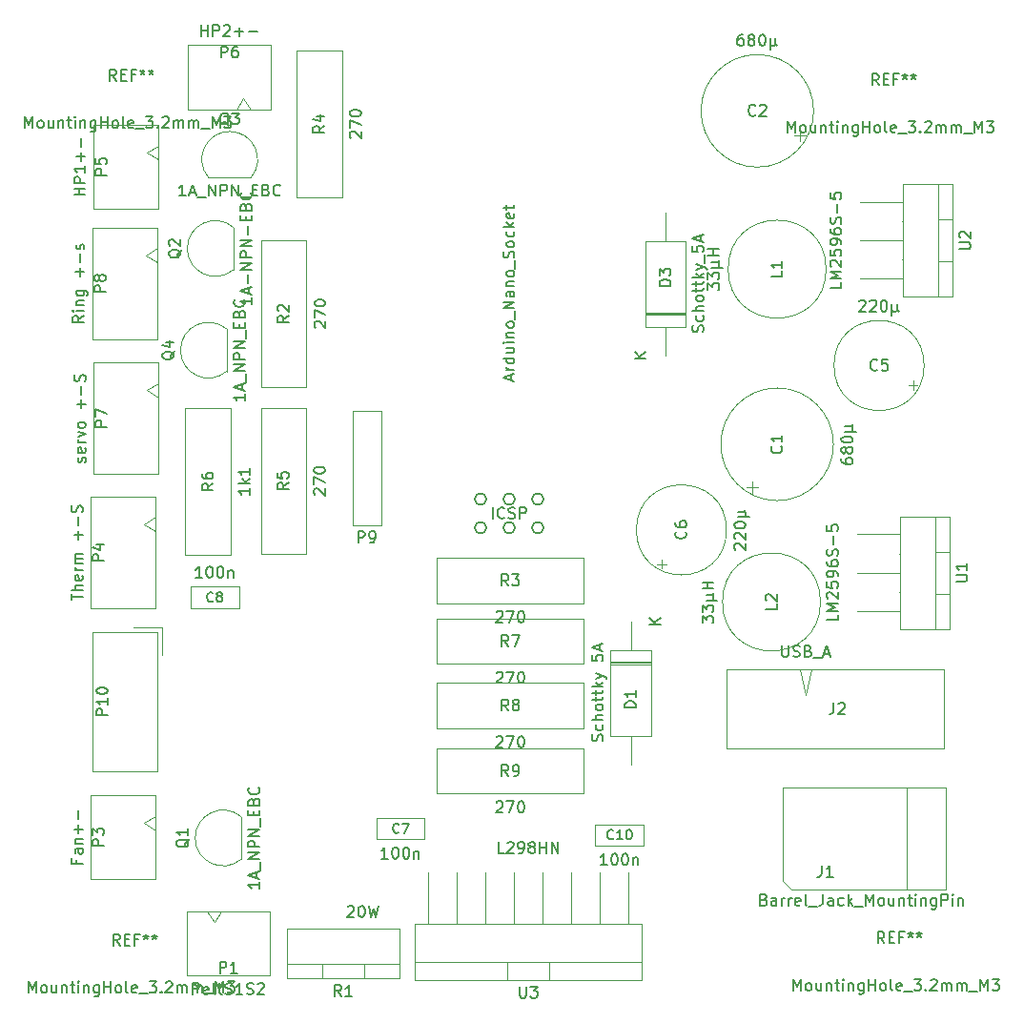
<source format=gbr>
G04 #@! TF.GenerationSoftware,KiCad,Pcbnew,5.1.6-c6e7f7d~86~ubuntu20.04.1*
G04 #@! TF.CreationDate,2020-06-09T07:54:05+01:00*
G04 #@! TF.ProjectId,flypi,666c7970-692e-46b6-9963-61645f706362,rev?*
G04 #@! TF.SameCoordinates,Original*
G04 #@! TF.FileFunction,Other,Fab,Top*
%FSLAX46Y46*%
G04 Gerber Fmt 4.6, Leading zero omitted, Abs format (unit mm)*
G04 Created by KiCad (PCBNEW 5.1.6-c6e7f7d~86~ubuntu20.04.1) date 2020-06-09 07:54:05*
%MOMM*%
%LPD*%
G01*
G04 APERTURE LIST*
%ADD10C,0.150000*%
%ADD11C,0.100000*%
%ADD12C,0.129000*%
G04 APERTURE END LIST*
D10*
X145748000Y-93410000D02*
G75*
G03*
X145748000Y-93410000I-508000J0D01*
G01*
X143208000Y-93410000D02*
G75*
G03*
X143208000Y-93410000I-508000J0D01*
G01*
X145748000Y-90870000D02*
G75*
G03*
X145748000Y-90870000I-508000J0D01*
G01*
X140668000Y-93410000D02*
G75*
G03*
X140668000Y-93410000I-508000J0D01*
G01*
X140668000Y-90870000D02*
G75*
G03*
X140668000Y-90870000I-508000J0D01*
G01*
X143208000Y-90870000D02*
G75*
G03*
X143208000Y-90870000I-508000J0D01*
G01*
D11*
X110570000Y-81200000D02*
X111570000Y-81825000D01*
X111570000Y-80575000D02*
X110570000Y-81200000D01*
X111570000Y-88650000D02*
X111570000Y-78750000D01*
X105820000Y-88650000D02*
X111570000Y-88650000D01*
X105820000Y-78750000D02*
X105820000Y-88650000D01*
X111570000Y-78750000D02*
X105820000Y-78750000D01*
X128778000Y-93218000D02*
X131318000Y-93218000D01*
X128778000Y-83058000D02*
X128778000Y-93218000D01*
X131318000Y-83058000D02*
X128778000Y-83058000D01*
X131318000Y-93218000D02*
X131318000Y-83058000D01*
X111850000Y-102250000D02*
X109350000Y-102250000D01*
X111850000Y-104750000D02*
X111850000Y-102250000D01*
X111450000Y-115050000D02*
X111450000Y-102650000D01*
X105700000Y-115050000D02*
X111450000Y-115050000D01*
X105700000Y-102650000D02*
X105700000Y-115050000D01*
X111450000Y-102650000D02*
X105700000Y-102650000D01*
X163809500Y-89787861D02*
X164809500Y-89787861D01*
X164309500Y-90287861D02*
X164309500Y-89287861D01*
X171497000Y-85999000D02*
G75*
G03*
X171497000Y-85999000I-5000000J0D01*
G01*
X169739000Y-56388000D02*
G75*
G03*
X169739000Y-56388000I-5000000J0D01*
G01*
X169027861Y-58575500D02*
X168027861Y-58575500D01*
X168527861Y-59075500D02*
X168527861Y-58075500D01*
X178576759Y-81147500D02*
X178576759Y-80347500D01*
X178976759Y-80747500D02*
X178176759Y-80747500D01*
X179550000Y-79000000D02*
G75*
G03*
X179550000Y-79000000I-4000000J0D01*
G01*
X162000000Y-93600000D02*
G75*
G03*
X162000000Y-93600000I-4000000J0D01*
G01*
X156252500Y-97026759D02*
X156252500Y-96226759D01*
X155852500Y-96626759D02*
X156652500Y-96626759D01*
X130906000Y-119192000D02*
X130906000Y-121092000D01*
X130906000Y-121092000D02*
X135206000Y-121092000D01*
X135206000Y-121092000D02*
X135206000Y-119192000D01*
X135206000Y-119192000D02*
X130906000Y-119192000D01*
X114400000Y-100550000D02*
X118700000Y-100550000D01*
X114400000Y-98650000D02*
X114400000Y-100550000D01*
X118700000Y-98650000D02*
X114400000Y-98650000D01*
X118700000Y-100550000D02*
X118700000Y-98650000D01*
X154650000Y-119750000D02*
X150350000Y-119750000D01*
X154650000Y-121650000D02*
X154650000Y-119750000D01*
X150350000Y-121650000D02*
X154650000Y-121650000D01*
X150350000Y-119750000D02*
X150350000Y-121650000D01*
X155300000Y-105317000D02*
X151700000Y-105317000D01*
X155300000Y-105517000D02*
X151700000Y-105517000D01*
X155300000Y-105417000D02*
X151700000Y-105417000D01*
X153500000Y-114427000D02*
X153500000Y-111877000D01*
X153500000Y-101727000D02*
X153500000Y-104277000D01*
X155300000Y-111877000D02*
X155300000Y-104277000D01*
X151700000Y-111877000D02*
X155300000Y-111877000D01*
X151700000Y-104277000D02*
X151700000Y-111877000D01*
X155300000Y-104277000D02*
X151700000Y-104277000D01*
X154791000Y-75555000D02*
X158391000Y-75555000D01*
X158391000Y-75555000D02*
X158391000Y-67955000D01*
X158391000Y-67955000D02*
X154791000Y-67955000D01*
X154791000Y-67955000D02*
X154791000Y-75555000D01*
X156591000Y-78105000D02*
X156591000Y-75555000D01*
X156591000Y-65405000D02*
X156591000Y-67955000D01*
X154791000Y-74415000D02*
X158391000Y-74415000D01*
X154791000Y-74315000D02*
X158391000Y-74315000D01*
X154791000Y-74515000D02*
X158391000Y-74515000D01*
X167800000Y-125500000D02*
X181500000Y-125500000D01*
X167000000Y-116500000D02*
X167000000Y-124750000D01*
X181500000Y-116500000D02*
X167000000Y-116500000D01*
X181500000Y-125500000D02*
X181500000Y-116500000D01*
X178000000Y-125500000D02*
X178000000Y-116500000D01*
X167803213Y-125505425D02*
X167000000Y-124750000D01*
X116500000Y-128450000D02*
X117125000Y-127450000D01*
X115875000Y-127450000D02*
X116500000Y-128450000D01*
X121450000Y-127450000D02*
X114050000Y-127450000D01*
X121450000Y-133200000D02*
X121450000Y-127450000D01*
X114050000Y-133200000D02*
X121450000Y-133200000D01*
X114050000Y-127450000D02*
X114050000Y-133200000D01*
X111316000Y-117184000D02*
X105566000Y-117184000D01*
X105566000Y-117184000D02*
X105566000Y-124584000D01*
X105566000Y-124584000D02*
X111316000Y-124584000D01*
X111316000Y-124584000D02*
X111316000Y-117184000D01*
X111316000Y-119009000D02*
X110316000Y-119634000D01*
X110316000Y-119634000D02*
X111316000Y-120259000D01*
X110316000Y-93100000D02*
X111316000Y-93725000D01*
X111316000Y-92475000D02*
X110316000Y-93100000D01*
X111316000Y-100550000D02*
X111316000Y-90650000D01*
X105566000Y-100550000D02*
X111316000Y-100550000D01*
X105566000Y-90650000D02*
X105566000Y-100550000D01*
X111316000Y-90650000D02*
X105566000Y-90650000D01*
X111550000Y-57650000D02*
X105800000Y-57650000D01*
X105800000Y-57650000D02*
X105800000Y-65050000D01*
X105800000Y-65050000D02*
X111550000Y-65050000D01*
X111550000Y-65050000D02*
X111550000Y-57650000D01*
X111550000Y-59475000D02*
X110550000Y-60100000D01*
X110550000Y-60100000D02*
X111550000Y-60725000D01*
X119100000Y-55250000D02*
X118475000Y-56250000D01*
X119725000Y-56250000D02*
X119100000Y-55250000D01*
X114150000Y-56250000D02*
X121550000Y-56250000D01*
X114150000Y-50500000D02*
X114150000Y-56250000D01*
X121550000Y-50500000D02*
X114150000Y-50500000D01*
X121550000Y-56250000D02*
X121550000Y-50500000D01*
X111443000Y-66765000D02*
X105693000Y-66765000D01*
X105693000Y-66765000D02*
X105693000Y-76665000D01*
X105693000Y-76665000D02*
X111443000Y-76665000D01*
X111443000Y-76665000D02*
X111443000Y-66765000D01*
X111443000Y-68590000D02*
X110443000Y-69215000D01*
X110443000Y-69215000D02*
X111443000Y-69840000D01*
X118900000Y-122850000D02*
X118900000Y-119100000D01*
X118892547Y-119058897D02*
G75*
G03*
X114820000Y-120960000I-1592547J-1901103D01*
G01*
X118902385Y-122852818D02*
G75*
G02*
X114820000Y-120960000I-1602385J1892818D01*
G01*
X118200000Y-70500000D02*
X118200000Y-66750000D01*
X118202385Y-70502818D02*
G75*
G02*
X114120000Y-68610000I-1602385J1892818D01*
G01*
X118192547Y-66708897D02*
G75*
G03*
X114120000Y-68610000I-1592547J-1901103D01*
G01*
X116000000Y-62300000D02*
X119750000Y-62300000D01*
X119791103Y-62292547D02*
G75*
G03*
X117890000Y-58220000I-1901103J1592547D01*
G01*
X115997182Y-62302385D02*
G75*
G02*
X117890000Y-58220000I1892818J1602385D01*
G01*
X117600000Y-79530000D02*
X117600000Y-75780000D01*
X117602385Y-79532818D02*
G75*
G02*
X113520000Y-77640000I-1602385J1892818D01*
G01*
X117592547Y-75738897D02*
G75*
G03*
X113520000Y-77640000I-1592547J-1901103D01*
G01*
X126110000Y-133450000D02*
X126110000Y-132180000D01*
X129810000Y-133450000D02*
X129810000Y-132180000D01*
X132960000Y-132180000D02*
X122960000Y-132180000D01*
X122960000Y-133450000D02*
X132960000Y-133450000D01*
X122960000Y-129050000D02*
X122960000Y-133450000D01*
X132960000Y-129050000D02*
X122960000Y-129050000D01*
X132960000Y-133450000D02*
X132960000Y-129050000D01*
X120700000Y-67900000D02*
X120700000Y-80900000D01*
X124700000Y-67900000D02*
X120700000Y-67900000D01*
X124700000Y-80900000D02*
X124700000Y-67900000D01*
X120700000Y-80900000D02*
X124700000Y-80900000D01*
X136300000Y-96100000D02*
X136300000Y-100100000D01*
X136300000Y-100100000D02*
X149300000Y-100100000D01*
X149300000Y-100100000D02*
X149300000Y-96100000D01*
X149300000Y-96100000D02*
X136300000Y-96100000D01*
X123850000Y-51050000D02*
X123850000Y-64050000D01*
X127850000Y-51050000D02*
X123850000Y-51050000D01*
X127850000Y-64050000D02*
X127850000Y-51050000D01*
X123850000Y-64050000D02*
X127850000Y-64050000D01*
X120650000Y-95750000D02*
X124650000Y-95750000D01*
X124650000Y-95750000D02*
X124650000Y-82750000D01*
X124650000Y-82750000D02*
X120650000Y-82750000D01*
X120650000Y-82750000D02*
X120650000Y-95750000D01*
X113950000Y-95800000D02*
X117950000Y-95800000D01*
X117950000Y-95800000D02*
X117950000Y-82800000D01*
X117950000Y-82800000D02*
X113950000Y-82800000D01*
X113950000Y-82800000D02*
X113950000Y-95800000D01*
X149300000Y-101500000D02*
X136300000Y-101500000D01*
X149300000Y-105500000D02*
X149300000Y-101500000D01*
X136300000Y-105500000D02*
X149300000Y-105500000D01*
X136300000Y-101500000D02*
X136300000Y-105500000D01*
X149300000Y-107200000D02*
X136300000Y-107200000D01*
X149300000Y-111200000D02*
X149300000Y-107200000D01*
X136300000Y-111200000D02*
X149300000Y-111200000D01*
X136300000Y-107200000D02*
X136300000Y-111200000D01*
X136300000Y-113000000D02*
X136300000Y-117000000D01*
X136300000Y-117000000D02*
X149300000Y-117000000D01*
X149300000Y-117000000D02*
X149300000Y-113000000D01*
X149300000Y-113000000D02*
X136300000Y-113000000D01*
X177400000Y-100800000D02*
X173600000Y-100800000D01*
X177400000Y-99100000D02*
X177300000Y-99100000D01*
X177400000Y-97400000D02*
X173600000Y-97400000D01*
X177400000Y-95700000D02*
X177300000Y-95700000D01*
X177400000Y-94000000D02*
X173600000Y-94000000D01*
X181800000Y-99250000D02*
X180530000Y-99250000D01*
X181800000Y-95550000D02*
X180530000Y-95550000D01*
X180530000Y-92400000D02*
X180530000Y-102400000D01*
X181800000Y-102400000D02*
X181800000Y-92400000D01*
X177400000Y-102400000D02*
X181800000Y-102400000D01*
X177400000Y-92400000D02*
X177400000Y-102400000D01*
X181800000Y-92400000D02*
X177400000Y-92400000D01*
X182100000Y-62900000D02*
X177700000Y-62900000D01*
X177700000Y-62900000D02*
X177700000Y-72900000D01*
X177700000Y-72900000D02*
X182100000Y-72900000D01*
X182100000Y-72900000D02*
X182100000Y-62900000D01*
X180830000Y-62900000D02*
X180830000Y-72900000D01*
X182100000Y-66050000D02*
X180830000Y-66050000D01*
X182100000Y-69750000D02*
X180830000Y-69750000D01*
X177700000Y-64500000D02*
X173900000Y-64500000D01*
X177700000Y-66200000D02*
X177600000Y-66200000D01*
X177700000Y-67900000D02*
X173900000Y-67900000D01*
X177700000Y-69600000D02*
X177600000Y-69600000D01*
X177700000Y-71300000D02*
X173900000Y-71300000D01*
X135520000Y-128580000D02*
X135520000Y-124000000D01*
X138060000Y-128580000D02*
X138060000Y-124000000D01*
X140600000Y-128580000D02*
X140600000Y-124000000D01*
X143140000Y-128580000D02*
X143140000Y-124000000D01*
X145680000Y-128580000D02*
X145680000Y-124000000D01*
X148220000Y-128580000D02*
X148220000Y-124000000D01*
X150760000Y-128580000D02*
X150760000Y-124000000D01*
X153300000Y-128580000D02*
X153300000Y-124000000D01*
X142560000Y-133580000D02*
X142560000Y-131980000D01*
X146260000Y-133580000D02*
X146260000Y-131980000D01*
X154510000Y-131980000D02*
X134310000Y-131980000D01*
X134310000Y-133580000D02*
X154510000Y-133580000D01*
X134310000Y-128580000D02*
X134310000Y-133580000D01*
X154510000Y-128580000D02*
X134310000Y-128580000D01*
X154510000Y-133580000D02*
X154510000Y-128580000D01*
X170847000Y-70445000D02*
G75*
G03*
X170847000Y-70445000I-4350000J0D01*
G01*
X170350000Y-100000000D02*
G75*
G03*
X170350000Y-100000000I-4350000J0D01*
G01*
X169000000Y-108250000D02*
X168500000Y-105950000D01*
X169500000Y-105950000D02*
X169000000Y-108250000D01*
X181330000Y-105950000D02*
X181330000Y-113050000D01*
X162030000Y-105950000D02*
X181330000Y-105950000D01*
X162030000Y-113050000D02*
X162030000Y-105950000D01*
X181330000Y-113050000D02*
X162030000Y-113050000D01*
D10*
X142866666Y-80296285D02*
X142866666Y-79820095D01*
X143152380Y-80391523D02*
X142152380Y-80058190D01*
X143152380Y-79724857D01*
X143152380Y-79391523D02*
X142485714Y-79391523D01*
X142676190Y-79391523D02*
X142580952Y-79343904D01*
X142533333Y-79296285D01*
X142485714Y-79201047D01*
X142485714Y-79105809D01*
X143152380Y-78343904D02*
X142152380Y-78343904D01*
X143104761Y-78343904D02*
X143152380Y-78439142D01*
X143152380Y-78629619D01*
X143104761Y-78724857D01*
X143057142Y-78772476D01*
X142961904Y-78820095D01*
X142676190Y-78820095D01*
X142580952Y-78772476D01*
X142533333Y-78724857D01*
X142485714Y-78629619D01*
X142485714Y-78439142D01*
X142533333Y-78343904D01*
X142485714Y-77439142D02*
X143152380Y-77439142D01*
X142485714Y-77867714D02*
X143009523Y-77867714D01*
X143104761Y-77820095D01*
X143152380Y-77724857D01*
X143152380Y-77582000D01*
X143104761Y-77486761D01*
X143057142Y-77439142D01*
X143152380Y-76962952D02*
X142485714Y-76962952D01*
X142152380Y-76962952D02*
X142200000Y-77010571D01*
X142247619Y-76962952D01*
X142200000Y-76915333D01*
X142152380Y-76962952D01*
X142247619Y-76962952D01*
X142485714Y-76486761D02*
X143152380Y-76486761D01*
X142580952Y-76486761D02*
X142533333Y-76439142D01*
X142485714Y-76343904D01*
X142485714Y-76201047D01*
X142533333Y-76105809D01*
X142628571Y-76058190D01*
X143152380Y-76058190D01*
X143152380Y-75439142D02*
X143104761Y-75534380D01*
X143057142Y-75582000D01*
X142961904Y-75629619D01*
X142676190Y-75629619D01*
X142580952Y-75582000D01*
X142533333Y-75534380D01*
X142485714Y-75439142D01*
X142485714Y-75296285D01*
X142533333Y-75201047D01*
X142580952Y-75153428D01*
X142676190Y-75105809D01*
X142961904Y-75105809D01*
X143057142Y-75153428D01*
X143104761Y-75201047D01*
X143152380Y-75296285D01*
X143152380Y-75439142D01*
X143247619Y-74915333D02*
X143247619Y-74153428D01*
X143152380Y-73915333D02*
X142152380Y-73915333D01*
X143152380Y-73343904D01*
X142152380Y-73343904D01*
X143152380Y-72439142D02*
X142628571Y-72439142D01*
X142533333Y-72486761D01*
X142485714Y-72582000D01*
X142485714Y-72772476D01*
X142533333Y-72867714D01*
X143104761Y-72439142D02*
X143152380Y-72534380D01*
X143152380Y-72772476D01*
X143104761Y-72867714D01*
X143009523Y-72915333D01*
X142914285Y-72915333D01*
X142819047Y-72867714D01*
X142771428Y-72772476D01*
X142771428Y-72534380D01*
X142723809Y-72439142D01*
X142485714Y-71962952D02*
X143152380Y-71962952D01*
X142580952Y-71962952D02*
X142533333Y-71915333D01*
X142485714Y-71820095D01*
X142485714Y-71677238D01*
X142533333Y-71582000D01*
X142628571Y-71534380D01*
X143152380Y-71534380D01*
X143152380Y-70915333D02*
X143104761Y-71010571D01*
X143057142Y-71058190D01*
X142961904Y-71105809D01*
X142676190Y-71105809D01*
X142580952Y-71058190D01*
X142533333Y-71010571D01*
X142485714Y-70915333D01*
X142485714Y-70772476D01*
X142533333Y-70677238D01*
X142580952Y-70629619D01*
X142676190Y-70582000D01*
X142961904Y-70582000D01*
X143057142Y-70629619D01*
X143104761Y-70677238D01*
X143152380Y-70772476D01*
X143152380Y-70915333D01*
X143247619Y-70391523D02*
X143247619Y-69629619D01*
X143104761Y-69439142D02*
X143152380Y-69296285D01*
X143152380Y-69058190D01*
X143104761Y-68962952D01*
X143057142Y-68915333D01*
X142961904Y-68867714D01*
X142866666Y-68867714D01*
X142771428Y-68915333D01*
X142723809Y-68962952D01*
X142676190Y-69058190D01*
X142628571Y-69248666D01*
X142580952Y-69343904D01*
X142533333Y-69391523D01*
X142438095Y-69439142D01*
X142342857Y-69439142D01*
X142247619Y-69391523D01*
X142200000Y-69343904D01*
X142152380Y-69248666D01*
X142152380Y-69010571D01*
X142200000Y-68867714D01*
X143152380Y-68296285D02*
X143104761Y-68391523D01*
X143057142Y-68439142D01*
X142961904Y-68486761D01*
X142676190Y-68486761D01*
X142580952Y-68439142D01*
X142533333Y-68391523D01*
X142485714Y-68296285D01*
X142485714Y-68153428D01*
X142533333Y-68058190D01*
X142580952Y-68010571D01*
X142676190Y-67962952D01*
X142961904Y-67962952D01*
X143057142Y-68010571D01*
X143104761Y-68058190D01*
X143152380Y-68153428D01*
X143152380Y-68296285D01*
X143104761Y-67105809D02*
X143152380Y-67201047D01*
X143152380Y-67391523D01*
X143104761Y-67486761D01*
X143057142Y-67534380D01*
X142961904Y-67582000D01*
X142676190Y-67582000D01*
X142580952Y-67534380D01*
X142533333Y-67486761D01*
X142485714Y-67391523D01*
X142485714Y-67201047D01*
X142533333Y-67105809D01*
X143152380Y-66677238D02*
X142152380Y-66677238D01*
X142771428Y-66582000D02*
X143152380Y-66296285D01*
X142485714Y-66296285D02*
X142866666Y-66677238D01*
X143104761Y-65486761D02*
X143152380Y-65582000D01*
X143152380Y-65772476D01*
X143104761Y-65867714D01*
X143009523Y-65915333D01*
X142628571Y-65915333D01*
X142533333Y-65867714D01*
X142485714Y-65772476D01*
X142485714Y-65582000D01*
X142533333Y-65486761D01*
X142628571Y-65439142D01*
X142723809Y-65439142D01*
X142819047Y-65915333D01*
X142485714Y-65153428D02*
X142485714Y-64772476D01*
X142152380Y-65010571D02*
X143009523Y-65010571D01*
X143104761Y-64962952D01*
X143152380Y-64867714D01*
X143152380Y-64772476D01*
X141223809Y-92592380D02*
X141223809Y-91592380D01*
X142271428Y-92497142D02*
X142223809Y-92544761D01*
X142080952Y-92592380D01*
X141985714Y-92592380D01*
X141842857Y-92544761D01*
X141747619Y-92449523D01*
X141700000Y-92354285D01*
X141652380Y-92163809D01*
X141652380Y-92020952D01*
X141700000Y-91830476D01*
X141747619Y-91735238D01*
X141842857Y-91640000D01*
X141985714Y-91592380D01*
X142080952Y-91592380D01*
X142223809Y-91640000D01*
X142271428Y-91687619D01*
X142652380Y-92544761D02*
X142795238Y-92592380D01*
X143033333Y-92592380D01*
X143128571Y-92544761D01*
X143176190Y-92497142D01*
X143223809Y-92401904D01*
X143223809Y-92306666D01*
X143176190Y-92211428D01*
X143128571Y-92163809D01*
X143033333Y-92116190D01*
X142842857Y-92068571D01*
X142747619Y-92020952D01*
X142700000Y-91973333D01*
X142652380Y-91878095D01*
X142652380Y-91782857D01*
X142700000Y-91687619D01*
X142747619Y-91640000D01*
X142842857Y-91592380D01*
X143080952Y-91592380D01*
X143223809Y-91640000D01*
X143652380Y-92592380D02*
X143652380Y-91592380D01*
X144033333Y-91592380D01*
X144128571Y-91640000D01*
X144176190Y-91687619D01*
X144223809Y-91782857D01*
X144223809Y-91925714D01*
X144176190Y-92020952D01*
X144128571Y-92068571D01*
X144033333Y-92116190D01*
X143652380Y-92116190D01*
X167430952Y-58302380D02*
X167430952Y-57302380D01*
X167764285Y-58016666D01*
X168097619Y-57302380D01*
X168097619Y-58302380D01*
X168716666Y-58302380D02*
X168621428Y-58254761D01*
X168573809Y-58207142D01*
X168526190Y-58111904D01*
X168526190Y-57826190D01*
X168573809Y-57730952D01*
X168621428Y-57683333D01*
X168716666Y-57635714D01*
X168859523Y-57635714D01*
X168954761Y-57683333D01*
X169002380Y-57730952D01*
X169050000Y-57826190D01*
X169050000Y-58111904D01*
X169002380Y-58207142D01*
X168954761Y-58254761D01*
X168859523Y-58302380D01*
X168716666Y-58302380D01*
X169907142Y-57635714D02*
X169907142Y-58302380D01*
X169478571Y-57635714D02*
X169478571Y-58159523D01*
X169526190Y-58254761D01*
X169621428Y-58302380D01*
X169764285Y-58302380D01*
X169859523Y-58254761D01*
X169907142Y-58207142D01*
X170383333Y-57635714D02*
X170383333Y-58302380D01*
X170383333Y-57730952D02*
X170430952Y-57683333D01*
X170526190Y-57635714D01*
X170669047Y-57635714D01*
X170764285Y-57683333D01*
X170811904Y-57778571D01*
X170811904Y-58302380D01*
X171145238Y-57635714D02*
X171526190Y-57635714D01*
X171288095Y-57302380D02*
X171288095Y-58159523D01*
X171335714Y-58254761D01*
X171430952Y-58302380D01*
X171526190Y-58302380D01*
X171859523Y-58302380D02*
X171859523Y-57635714D01*
X171859523Y-57302380D02*
X171811904Y-57350000D01*
X171859523Y-57397619D01*
X171907142Y-57350000D01*
X171859523Y-57302380D01*
X171859523Y-57397619D01*
X172335714Y-57635714D02*
X172335714Y-58302380D01*
X172335714Y-57730952D02*
X172383333Y-57683333D01*
X172478571Y-57635714D01*
X172621428Y-57635714D01*
X172716666Y-57683333D01*
X172764285Y-57778571D01*
X172764285Y-58302380D01*
X173669047Y-57635714D02*
X173669047Y-58445238D01*
X173621428Y-58540476D01*
X173573809Y-58588095D01*
X173478571Y-58635714D01*
X173335714Y-58635714D01*
X173240476Y-58588095D01*
X173669047Y-58254761D02*
X173573809Y-58302380D01*
X173383333Y-58302380D01*
X173288095Y-58254761D01*
X173240476Y-58207142D01*
X173192857Y-58111904D01*
X173192857Y-57826190D01*
X173240476Y-57730952D01*
X173288095Y-57683333D01*
X173383333Y-57635714D01*
X173573809Y-57635714D01*
X173669047Y-57683333D01*
X174145238Y-58302380D02*
X174145238Y-57302380D01*
X174145238Y-57778571D02*
X174716666Y-57778571D01*
X174716666Y-58302380D02*
X174716666Y-57302380D01*
X175335714Y-58302380D02*
X175240476Y-58254761D01*
X175192857Y-58207142D01*
X175145238Y-58111904D01*
X175145238Y-57826190D01*
X175192857Y-57730952D01*
X175240476Y-57683333D01*
X175335714Y-57635714D01*
X175478571Y-57635714D01*
X175573809Y-57683333D01*
X175621428Y-57730952D01*
X175669047Y-57826190D01*
X175669047Y-58111904D01*
X175621428Y-58207142D01*
X175573809Y-58254761D01*
X175478571Y-58302380D01*
X175335714Y-58302380D01*
X176240476Y-58302380D02*
X176145238Y-58254761D01*
X176097619Y-58159523D01*
X176097619Y-57302380D01*
X177002380Y-58254761D02*
X176907142Y-58302380D01*
X176716666Y-58302380D01*
X176621428Y-58254761D01*
X176573809Y-58159523D01*
X176573809Y-57778571D01*
X176621428Y-57683333D01*
X176716666Y-57635714D01*
X176907142Y-57635714D01*
X177002380Y-57683333D01*
X177050000Y-57778571D01*
X177050000Y-57873809D01*
X176573809Y-57969047D01*
X177240476Y-58397619D02*
X178002380Y-58397619D01*
X178145238Y-57302380D02*
X178764285Y-57302380D01*
X178430952Y-57683333D01*
X178573809Y-57683333D01*
X178669047Y-57730952D01*
X178716666Y-57778571D01*
X178764285Y-57873809D01*
X178764285Y-58111904D01*
X178716666Y-58207142D01*
X178669047Y-58254761D01*
X178573809Y-58302380D01*
X178288095Y-58302380D01*
X178192857Y-58254761D01*
X178145238Y-58207142D01*
X179192857Y-58207142D02*
X179240476Y-58254761D01*
X179192857Y-58302380D01*
X179145238Y-58254761D01*
X179192857Y-58207142D01*
X179192857Y-58302380D01*
X179621428Y-57397619D02*
X179669047Y-57350000D01*
X179764285Y-57302380D01*
X180002380Y-57302380D01*
X180097619Y-57350000D01*
X180145238Y-57397619D01*
X180192857Y-57492857D01*
X180192857Y-57588095D01*
X180145238Y-57730952D01*
X179573809Y-58302380D01*
X180192857Y-58302380D01*
X180621428Y-58302380D02*
X180621428Y-57635714D01*
X180621428Y-57730952D02*
X180669047Y-57683333D01*
X180764285Y-57635714D01*
X180907142Y-57635714D01*
X181002380Y-57683333D01*
X181050000Y-57778571D01*
X181050000Y-58302380D01*
X181050000Y-57778571D02*
X181097619Y-57683333D01*
X181192857Y-57635714D01*
X181335714Y-57635714D01*
X181430952Y-57683333D01*
X181478571Y-57778571D01*
X181478571Y-58302380D01*
X181954761Y-58302380D02*
X181954761Y-57635714D01*
X181954761Y-57730952D02*
X182002380Y-57683333D01*
X182097619Y-57635714D01*
X182240476Y-57635714D01*
X182335714Y-57683333D01*
X182383333Y-57778571D01*
X182383333Y-58302380D01*
X182383333Y-57778571D02*
X182430952Y-57683333D01*
X182526190Y-57635714D01*
X182669047Y-57635714D01*
X182764285Y-57683333D01*
X182811904Y-57778571D01*
X182811904Y-58302380D01*
X183050000Y-58397619D02*
X183811904Y-58397619D01*
X184050000Y-58302380D02*
X184050000Y-57302380D01*
X184383333Y-58016666D01*
X184716666Y-57302380D01*
X184716666Y-58302380D01*
X185097619Y-57302380D02*
X185716666Y-57302380D01*
X185383333Y-57683333D01*
X185526190Y-57683333D01*
X185621428Y-57730952D01*
X185669047Y-57778571D01*
X185716666Y-57873809D01*
X185716666Y-58111904D01*
X185669047Y-58207142D01*
X185621428Y-58254761D01*
X185526190Y-58302380D01*
X185240476Y-58302380D01*
X185145238Y-58254761D01*
X185097619Y-58207142D01*
X175516666Y-54102380D02*
X175183333Y-53626190D01*
X174945238Y-54102380D02*
X174945238Y-53102380D01*
X175326190Y-53102380D01*
X175421428Y-53150000D01*
X175469047Y-53197619D01*
X175516666Y-53292857D01*
X175516666Y-53435714D01*
X175469047Y-53530952D01*
X175421428Y-53578571D01*
X175326190Y-53626190D01*
X174945238Y-53626190D01*
X175945238Y-53578571D02*
X176278571Y-53578571D01*
X176421428Y-54102380D02*
X175945238Y-54102380D01*
X175945238Y-53102380D01*
X176421428Y-53102380D01*
X177183333Y-53578571D02*
X176850000Y-53578571D01*
X176850000Y-54102380D02*
X176850000Y-53102380D01*
X177326190Y-53102380D01*
X177850000Y-53102380D02*
X177850000Y-53340476D01*
X177611904Y-53245238D02*
X177850000Y-53340476D01*
X178088095Y-53245238D01*
X177707142Y-53530952D02*
X177850000Y-53340476D01*
X177992857Y-53530952D01*
X178611904Y-53102380D02*
X178611904Y-53340476D01*
X178373809Y-53245238D02*
X178611904Y-53340476D01*
X178850000Y-53245238D01*
X178469047Y-53530952D02*
X178611904Y-53340476D01*
X178754761Y-53530952D01*
X99730952Y-57902380D02*
X99730952Y-56902380D01*
X100064285Y-57616666D01*
X100397619Y-56902380D01*
X100397619Y-57902380D01*
X101016666Y-57902380D02*
X100921428Y-57854761D01*
X100873809Y-57807142D01*
X100826190Y-57711904D01*
X100826190Y-57426190D01*
X100873809Y-57330952D01*
X100921428Y-57283333D01*
X101016666Y-57235714D01*
X101159523Y-57235714D01*
X101254761Y-57283333D01*
X101302380Y-57330952D01*
X101349999Y-57426190D01*
X101349999Y-57711904D01*
X101302380Y-57807142D01*
X101254761Y-57854761D01*
X101159523Y-57902380D01*
X101016666Y-57902380D01*
X102207142Y-57235714D02*
X102207142Y-57902380D01*
X101778571Y-57235714D02*
X101778571Y-57759523D01*
X101826190Y-57854761D01*
X101921428Y-57902380D01*
X102064285Y-57902380D01*
X102159523Y-57854761D01*
X102207142Y-57807142D01*
X102683333Y-57235714D02*
X102683333Y-57902380D01*
X102683333Y-57330952D02*
X102730952Y-57283333D01*
X102826190Y-57235714D01*
X102969047Y-57235714D01*
X103064285Y-57283333D01*
X103111904Y-57378571D01*
X103111904Y-57902380D01*
X103445238Y-57235714D02*
X103826190Y-57235714D01*
X103588095Y-56902380D02*
X103588095Y-57759523D01*
X103635714Y-57854761D01*
X103730952Y-57902380D01*
X103826190Y-57902380D01*
X104159523Y-57902380D02*
X104159523Y-57235714D01*
X104159523Y-56902380D02*
X104111904Y-56950000D01*
X104159523Y-56997619D01*
X104207142Y-56950000D01*
X104159523Y-56902380D01*
X104159523Y-56997619D01*
X104635714Y-57235714D02*
X104635714Y-57902380D01*
X104635714Y-57330952D02*
X104683333Y-57283333D01*
X104778571Y-57235714D01*
X104921428Y-57235714D01*
X105016666Y-57283333D01*
X105064285Y-57378571D01*
X105064285Y-57902380D01*
X105969047Y-57235714D02*
X105969047Y-58045238D01*
X105921428Y-58140476D01*
X105873809Y-58188095D01*
X105778571Y-58235714D01*
X105635714Y-58235714D01*
X105540476Y-58188095D01*
X105969047Y-57854761D02*
X105873809Y-57902380D01*
X105683333Y-57902380D01*
X105588095Y-57854761D01*
X105540476Y-57807142D01*
X105492857Y-57711904D01*
X105492857Y-57426190D01*
X105540476Y-57330952D01*
X105588095Y-57283333D01*
X105683333Y-57235714D01*
X105873809Y-57235714D01*
X105969047Y-57283333D01*
X106445238Y-57902380D02*
X106445238Y-56902380D01*
X106445238Y-57378571D02*
X107016666Y-57378571D01*
X107016666Y-57902380D02*
X107016666Y-56902380D01*
X107635714Y-57902380D02*
X107540476Y-57854761D01*
X107492857Y-57807142D01*
X107445238Y-57711904D01*
X107445238Y-57426190D01*
X107492857Y-57330952D01*
X107540476Y-57283333D01*
X107635714Y-57235714D01*
X107778571Y-57235714D01*
X107873809Y-57283333D01*
X107921428Y-57330952D01*
X107969047Y-57426190D01*
X107969047Y-57711904D01*
X107921428Y-57807142D01*
X107873809Y-57854761D01*
X107778571Y-57902380D01*
X107635714Y-57902380D01*
X108540476Y-57902380D02*
X108445238Y-57854761D01*
X108397619Y-57759523D01*
X108397619Y-56902380D01*
X109302380Y-57854761D02*
X109207142Y-57902380D01*
X109016666Y-57902380D01*
X108921428Y-57854761D01*
X108873809Y-57759523D01*
X108873809Y-57378571D01*
X108921428Y-57283333D01*
X109016666Y-57235714D01*
X109207142Y-57235714D01*
X109302380Y-57283333D01*
X109349999Y-57378571D01*
X109349999Y-57473809D01*
X108873809Y-57569047D01*
X109540476Y-57997619D02*
X110302380Y-57997619D01*
X110445238Y-56902380D02*
X111064285Y-56902380D01*
X110730952Y-57283333D01*
X110873809Y-57283333D01*
X110969047Y-57330952D01*
X111016666Y-57378571D01*
X111064285Y-57473809D01*
X111064285Y-57711904D01*
X111016666Y-57807142D01*
X110969047Y-57854761D01*
X110873809Y-57902380D01*
X110588095Y-57902380D01*
X110492857Y-57854761D01*
X110445238Y-57807142D01*
X111492857Y-57807142D02*
X111540476Y-57854761D01*
X111492857Y-57902380D01*
X111445238Y-57854761D01*
X111492857Y-57807142D01*
X111492857Y-57902380D01*
X111921428Y-56997619D02*
X111969047Y-56950000D01*
X112064285Y-56902380D01*
X112302380Y-56902380D01*
X112397619Y-56950000D01*
X112445238Y-56997619D01*
X112492857Y-57092857D01*
X112492857Y-57188095D01*
X112445238Y-57330952D01*
X111873809Y-57902380D01*
X112492857Y-57902380D01*
X112921428Y-57902380D02*
X112921428Y-57235714D01*
X112921428Y-57330952D02*
X112969047Y-57283333D01*
X113064285Y-57235714D01*
X113207142Y-57235714D01*
X113302380Y-57283333D01*
X113349999Y-57378571D01*
X113349999Y-57902380D01*
X113349999Y-57378571D02*
X113397619Y-57283333D01*
X113492857Y-57235714D01*
X113635714Y-57235714D01*
X113730952Y-57283333D01*
X113778571Y-57378571D01*
X113778571Y-57902380D01*
X114254761Y-57902380D02*
X114254761Y-57235714D01*
X114254761Y-57330952D02*
X114302380Y-57283333D01*
X114397619Y-57235714D01*
X114540476Y-57235714D01*
X114635714Y-57283333D01*
X114683333Y-57378571D01*
X114683333Y-57902380D01*
X114683333Y-57378571D02*
X114730952Y-57283333D01*
X114826190Y-57235714D01*
X114969047Y-57235714D01*
X115064285Y-57283333D01*
X115111904Y-57378571D01*
X115111904Y-57902380D01*
X115349999Y-57997619D02*
X116111904Y-57997619D01*
X116349999Y-57902380D02*
X116349999Y-56902380D01*
X116683333Y-57616666D01*
X117016666Y-56902380D01*
X117016666Y-57902380D01*
X117397619Y-56902380D02*
X118016666Y-56902380D01*
X117683333Y-57283333D01*
X117826190Y-57283333D01*
X117921428Y-57330952D01*
X117969047Y-57378571D01*
X118016666Y-57473809D01*
X118016666Y-57711904D01*
X117969047Y-57807142D01*
X117921428Y-57854761D01*
X117826190Y-57902380D01*
X117540476Y-57902380D01*
X117445238Y-57854761D01*
X117397619Y-57807142D01*
X107816666Y-53702380D02*
X107483333Y-53226190D01*
X107245238Y-53702380D02*
X107245238Y-52702380D01*
X107626190Y-52702380D01*
X107721428Y-52750000D01*
X107769047Y-52797619D01*
X107816666Y-52892857D01*
X107816666Y-53035714D01*
X107769047Y-53130952D01*
X107721428Y-53178571D01*
X107626190Y-53226190D01*
X107245238Y-53226190D01*
X108245238Y-53178571D02*
X108578571Y-53178571D01*
X108721428Y-53702380D02*
X108245238Y-53702380D01*
X108245238Y-52702380D01*
X108721428Y-52702380D01*
X109483333Y-53178571D02*
X109150000Y-53178571D01*
X109150000Y-53702380D02*
X109150000Y-52702380D01*
X109626190Y-52702380D01*
X110150000Y-52702380D02*
X110150000Y-52940476D01*
X109911904Y-52845238D02*
X110150000Y-52940476D01*
X110388095Y-52845238D01*
X110007142Y-53130952D02*
X110150000Y-52940476D01*
X110292857Y-53130952D01*
X110911904Y-52702380D02*
X110911904Y-52940476D01*
X110673809Y-52845238D02*
X110911904Y-52940476D01*
X111150000Y-52845238D01*
X110769047Y-53130952D02*
X110911904Y-52940476D01*
X111054761Y-53130952D01*
X100030952Y-134702380D02*
X100030952Y-133702380D01*
X100364285Y-134416666D01*
X100697619Y-133702380D01*
X100697619Y-134702380D01*
X101316666Y-134702380D02*
X101221428Y-134654761D01*
X101173809Y-134607142D01*
X101126190Y-134511904D01*
X101126190Y-134226190D01*
X101173809Y-134130952D01*
X101221428Y-134083333D01*
X101316666Y-134035714D01*
X101459523Y-134035714D01*
X101554761Y-134083333D01*
X101602380Y-134130952D01*
X101649999Y-134226190D01*
X101649999Y-134511904D01*
X101602380Y-134607142D01*
X101554761Y-134654761D01*
X101459523Y-134702380D01*
X101316666Y-134702380D01*
X102507142Y-134035714D02*
X102507142Y-134702380D01*
X102078571Y-134035714D02*
X102078571Y-134559523D01*
X102126190Y-134654761D01*
X102221428Y-134702380D01*
X102364285Y-134702380D01*
X102459523Y-134654761D01*
X102507142Y-134607142D01*
X102983333Y-134035714D02*
X102983333Y-134702380D01*
X102983333Y-134130952D02*
X103030952Y-134083333D01*
X103126190Y-134035714D01*
X103269047Y-134035714D01*
X103364285Y-134083333D01*
X103411904Y-134178571D01*
X103411904Y-134702380D01*
X103745238Y-134035714D02*
X104126190Y-134035714D01*
X103888095Y-133702380D02*
X103888095Y-134559523D01*
X103935714Y-134654761D01*
X104030952Y-134702380D01*
X104126190Y-134702380D01*
X104459523Y-134702380D02*
X104459523Y-134035714D01*
X104459523Y-133702380D02*
X104411904Y-133750000D01*
X104459523Y-133797619D01*
X104507142Y-133750000D01*
X104459523Y-133702380D01*
X104459523Y-133797619D01*
X104935714Y-134035714D02*
X104935714Y-134702380D01*
X104935714Y-134130952D02*
X104983333Y-134083333D01*
X105078571Y-134035714D01*
X105221428Y-134035714D01*
X105316666Y-134083333D01*
X105364285Y-134178571D01*
X105364285Y-134702380D01*
X106269047Y-134035714D02*
X106269047Y-134845238D01*
X106221428Y-134940476D01*
X106173809Y-134988095D01*
X106078571Y-135035714D01*
X105935714Y-135035714D01*
X105840476Y-134988095D01*
X106269047Y-134654761D02*
X106173809Y-134702380D01*
X105983333Y-134702380D01*
X105888095Y-134654761D01*
X105840476Y-134607142D01*
X105792857Y-134511904D01*
X105792857Y-134226190D01*
X105840476Y-134130952D01*
X105888095Y-134083333D01*
X105983333Y-134035714D01*
X106173809Y-134035714D01*
X106269047Y-134083333D01*
X106745238Y-134702380D02*
X106745238Y-133702380D01*
X106745238Y-134178571D02*
X107316666Y-134178571D01*
X107316666Y-134702380D02*
X107316666Y-133702380D01*
X107935714Y-134702380D02*
X107840476Y-134654761D01*
X107792857Y-134607142D01*
X107745238Y-134511904D01*
X107745238Y-134226190D01*
X107792857Y-134130952D01*
X107840476Y-134083333D01*
X107935714Y-134035714D01*
X108078571Y-134035714D01*
X108173809Y-134083333D01*
X108221428Y-134130952D01*
X108269047Y-134226190D01*
X108269047Y-134511904D01*
X108221428Y-134607142D01*
X108173809Y-134654761D01*
X108078571Y-134702380D01*
X107935714Y-134702380D01*
X108840476Y-134702380D02*
X108745238Y-134654761D01*
X108697619Y-134559523D01*
X108697619Y-133702380D01*
X109602380Y-134654761D02*
X109507142Y-134702380D01*
X109316666Y-134702380D01*
X109221428Y-134654761D01*
X109173809Y-134559523D01*
X109173809Y-134178571D01*
X109221428Y-134083333D01*
X109316666Y-134035714D01*
X109507142Y-134035714D01*
X109602380Y-134083333D01*
X109649999Y-134178571D01*
X109649999Y-134273809D01*
X109173809Y-134369047D01*
X109840476Y-134797619D02*
X110602380Y-134797619D01*
X110745238Y-133702380D02*
X111364285Y-133702380D01*
X111030952Y-134083333D01*
X111173809Y-134083333D01*
X111269047Y-134130952D01*
X111316666Y-134178571D01*
X111364285Y-134273809D01*
X111364285Y-134511904D01*
X111316666Y-134607142D01*
X111269047Y-134654761D01*
X111173809Y-134702380D01*
X110888095Y-134702380D01*
X110792857Y-134654761D01*
X110745238Y-134607142D01*
X111792857Y-134607142D02*
X111840476Y-134654761D01*
X111792857Y-134702380D01*
X111745238Y-134654761D01*
X111792857Y-134607142D01*
X111792857Y-134702380D01*
X112221428Y-133797619D02*
X112269047Y-133750000D01*
X112364285Y-133702380D01*
X112602380Y-133702380D01*
X112697619Y-133750000D01*
X112745238Y-133797619D01*
X112792857Y-133892857D01*
X112792857Y-133988095D01*
X112745238Y-134130952D01*
X112173809Y-134702380D01*
X112792857Y-134702380D01*
X113221428Y-134702380D02*
X113221428Y-134035714D01*
X113221428Y-134130952D02*
X113269047Y-134083333D01*
X113364285Y-134035714D01*
X113507142Y-134035714D01*
X113602380Y-134083333D01*
X113649999Y-134178571D01*
X113649999Y-134702380D01*
X113649999Y-134178571D02*
X113697619Y-134083333D01*
X113792857Y-134035714D01*
X113935714Y-134035714D01*
X114030952Y-134083333D01*
X114078571Y-134178571D01*
X114078571Y-134702380D01*
X114554761Y-134702380D02*
X114554761Y-134035714D01*
X114554761Y-134130952D02*
X114602380Y-134083333D01*
X114697619Y-134035714D01*
X114840476Y-134035714D01*
X114935714Y-134083333D01*
X114983333Y-134178571D01*
X114983333Y-134702380D01*
X114983333Y-134178571D02*
X115030952Y-134083333D01*
X115126190Y-134035714D01*
X115269047Y-134035714D01*
X115364285Y-134083333D01*
X115411904Y-134178571D01*
X115411904Y-134702380D01*
X115649999Y-134797619D02*
X116411904Y-134797619D01*
X116649999Y-134702380D02*
X116649999Y-133702380D01*
X116983333Y-134416666D01*
X117316666Y-133702380D01*
X117316666Y-134702380D01*
X117697619Y-133702380D02*
X118316666Y-133702380D01*
X117983333Y-134083333D01*
X118126190Y-134083333D01*
X118221428Y-134130952D01*
X118269047Y-134178571D01*
X118316666Y-134273809D01*
X118316666Y-134511904D01*
X118269047Y-134607142D01*
X118221428Y-134654761D01*
X118126190Y-134702380D01*
X117840476Y-134702380D01*
X117745238Y-134654761D01*
X117697619Y-134607142D01*
X108116666Y-130502380D02*
X107783333Y-130026190D01*
X107545238Y-130502380D02*
X107545238Y-129502380D01*
X107926190Y-129502380D01*
X108021428Y-129550000D01*
X108069047Y-129597619D01*
X108116666Y-129692857D01*
X108116666Y-129835714D01*
X108069047Y-129930952D01*
X108021428Y-129978571D01*
X107926190Y-130026190D01*
X107545238Y-130026190D01*
X108545238Y-129978571D02*
X108878571Y-129978571D01*
X109021428Y-130502380D02*
X108545238Y-130502380D01*
X108545238Y-129502380D01*
X109021428Y-129502380D01*
X109783333Y-129978571D02*
X109450000Y-129978571D01*
X109450000Y-130502380D02*
X109450000Y-129502380D01*
X109926190Y-129502380D01*
X110450000Y-129502380D02*
X110450000Y-129740476D01*
X110211904Y-129645238D02*
X110450000Y-129740476D01*
X110688095Y-129645238D01*
X110307142Y-129930952D02*
X110450000Y-129740476D01*
X110592857Y-129930952D01*
X111211904Y-129502380D02*
X111211904Y-129740476D01*
X110973809Y-129645238D02*
X111211904Y-129740476D01*
X111450000Y-129645238D01*
X111069047Y-129930952D02*
X111211904Y-129740476D01*
X111354761Y-129930952D01*
X167930952Y-134502380D02*
X167930952Y-133502380D01*
X168264285Y-134216666D01*
X168597619Y-133502380D01*
X168597619Y-134502380D01*
X169216666Y-134502380D02*
X169121428Y-134454761D01*
X169073809Y-134407142D01*
X169026190Y-134311904D01*
X169026190Y-134026190D01*
X169073809Y-133930952D01*
X169121428Y-133883333D01*
X169216666Y-133835714D01*
X169359523Y-133835714D01*
X169454761Y-133883333D01*
X169502380Y-133930952D01*
X169550000Y-134026190D01*
X169550000Y-134311904D01*
X169502380Y-134407142D01*
X169454761Y-134454761D01*
X169359523Y-134502380D01*
X169216666Y-134502380D01*
X170407142Y-133835714D02*
X170407142Y-134502380D01*
X169978571Y-133835714D02*
X169978571Y-134359523D01*
X170026190Y-134454761D01*
X170121428Y-134502380D01*
X170264285Y-134502380D01*
X170359523Y-134454761D01*
X170407142Y-134407142D01*
X170883333Y-133835714D02*
X170883333Y-134502380D01*
X170883333Y-133930952D02*
X170930952Y-133883333D01*
X171026190Y-133835714D01*
X171169047Y-133835714D01*
X171264285Y-133883333D01*
X171311904Y-133978571D01*
X171311904Y-134502380D01*
X171645238Y-133835714D02*
X172026190Y-133835714D01*
X171788095Y-133502380D02*
X171788095Y-134359523D01*
X171835714Y-134454761D01*
X171930952Y-134502380D01*
X172026190Y-134502380D01*
X172359523Y-134502380D02*
X172359523Y-133835714D01*
X172359523Y-133502380D02*
X172311904Y-133550000D01*
X172359523Y-133597619D01*
X172407142Y-133550000D01*
X172359523Y-133502380D01*
X172359523Y-133597619D01*
X172835714Y-133835714D02*
X172835714Y-134502380D01*
X172835714Y-133930952D02*
X172883333Y-133883333D01*
X172978571Y-133835714D01*
X173121428Y-133835714D01*
X173216666Y-133883333D01*
X173264285Y-133978571D01*
X173264285Y-134502380D01*
X174169047Y-133835714D02*
X174169047Y-134645238D01*
X174121428Y-134740476D01*
X174073809Y-134788095D01*
X173978571Y-134835714D01*
X173835714Y-134835714D01*
X173740476Y-134788095D01*
X174169047Y-134454761D02*
X174073809Y-134502380D01*
X173883333Y-134502380D01*
X173788095Y-134454761D01*
X173740476Y-134407142D01*
X173692857Y-134311904D01*
X173692857Y-134026190D01*
X173740476Y-133930952D01*
X173788095Y-133883333D01*
X173883333Y-133835714D01*
X174073809Y-133835714D01*
X174169047Y-133883333D01*
X174645238Y-134502380D02*
X174645238Y-133502380D01*
X174645238Y-133978571D02*
X175216666Y-133978571D01*
X175216666Y-134502380D02*
X175216666Y-133502380D01*
X175835714Y-134502380D02*
X175740476Y-134454761D01*
X175692857Y-134407142D01*
X175645238Y-134311904D01*
X175645238Y-134026190D01*
X175692857Y-133930952D01*
X175740476Y-133883333D01*
X175835714Y-133835714D01*
X175978571Y-133835714D01*
X176073809Y-133883333D01*
X176121428Y-133930952D01*
X176169047Y-134026190D01*
X176169047Y-134311904D01*
X176121428Y-134407142D01*
X176073809Y-134454761D01*
X175978571Y-134502380D01*
X175835714Y-134502380D01*
X176740476Y-134502380D02*
X176645238Y-134454761D01*
X176597619Y-134359523D01*
X176597619Y-133502380D01*
X177502380Y-134454761D02*
X177407142Y-134502380D01*
X177216666Y-134502380D01*
X177121428Y-134454761D01*
X177073809Y-134359523D01*
X177073809Y-133978571D01*
X177121428Y-133883333D01*
X177216666Y-133835714D01*
X177407142Y-133835714D01*
X177502380Y-133883333D01*
X177550000Y-133978571D01*
X177550000Y-134073809D01*
X177073809Y-134169047D01*
X177740476Y-134597619D02*
X178502380Y-134597619D01*
X178645238Y-133502380D02*
X179264285Y-133502380D01*
X178930952Y-133883333D01*
X179073809Y-133883333D01*
X179169047Y-133930952D01*
X179216666Y-133978571D01*
X179264285Y-134073809D01*
X179264285Y-134311904D01*
X179216666Y-134407142D01*
X179169047Y-134454761D01*
X179073809Y-134502380D01*
X178788095Y-134502380D01*
X178692857Y-134454761D01*
X178645238Y-134407142D01*
X179692857Y-134407142D02*
X179740476Y-134454761D01*
X179692857Y-134502380D01*
X179645238Y-134454761D01*
X179692857Y-134407142D01*
X179692857Y-134502380D01*
X180121428Y-133597619D02*
X180169047Y-133550000D01*
X180264285Y-133502380D01*
X180502380Y-133502380D01*
X180597619Y-133550000D01*
X180645238Y-133597619D01*
X180692857Y-133692857D01*
X180692857Y-133788095D01*
X180645238Y-133930952D01*
X180073809Y-134502380D01*
X180692857Y-134502380D01*
X181121428Y-134502380D02*
X181121428Y-133835714D01*
X181121428Y-133930952D02*
X181169047Y-133883333D01*
X181264285Y-133835714D01*
X181407142Y-133835714D01*
X181502380Y-133883333D01*
X181550000Y-133978571D01*
X181550000Y-134502380D01*
X181550000Y-133978571D02*
X181597619Y-133883333D01*
X181692857Y-133835714D01*
X181835714Y-133835714D01*
X181930952Y-133883333D01*
X181978571Y-133978571D01*
X181978571Y-134502380D01*
X182454761Y-134502380D02*
X182454761Y-133835714D01*
X182454761Y-133930952D02*
X182502380Y-133883333D01*
X182597619Y-133835714D01*
X182740476Y-133835714D01*
X182835714Y-133883333D01*
X182883333Y-133978571D01*
X182883333Y-134502380D01*
X182883333Y-133978571D02*
X182930952Y-133883333D01*
X183026190Y-133835714D01*
X183169047Y-133835714D01*
X183264285Y-133883333D01*
X183311904Y-133978571D01*
X183311904Y-134502380D01*
X183550000Y-134597619D02*
X184311904Y-134597619D01*
X184550000Y-134502380D02*
X184550000Y-133502380D01*
X184883333Y-134216666D01*
X185216666Y-133502380D01*
X185216666Y-134502380D01*
X185597619Y-133502380D02*
X186216666Y-133502380D01*
X185883333Y-133883333D01*
X186026190Y-133883333D01*
X186121428Y-133930952D01*
X186169047Y-133978571D01*
X186216666Y-134073809D01*
X186216666Y-134311904D01*
X186169047Y-134407142D01*
X186121428Y-134454761D01*
X186026190Y-134502380D01*
X185740476Y-134502380D01*
X185645238Y-134454761D01*
X185597619Y-134407142D01*
X176016666Y-130302380D02*
X175683333Y-129826190D01*
X175445238Y-130302380D02*
X175445238Y-129302380D01*
X175826190Y-129302380D01*
X175921428Y-129350000D01*
X175969047Y-129397619D01*
X176016666Y-129492857D01*
X176016666Y-129635714D01*
X175969047Y-129730952D01*
X175921428Y-129778571D01*
X175826190Y-129826190D01*
X175445238Y-129826190D01*
X176445238Y-129778571D02*
X176778571Y-129778571D01*
X176921428Y-130302380D02*
X176445238Y-130302380D01*
X176445238Y-129302380D01*
X176921428Y-129302380D01*
X177683333Y-129778571D02*
X177350000Y-129778571D01*
X177350000Y-130302380D02*
X177350000Y-129302380D01*
X177826190Y-129302380D01*
X178350000Y-129302380D02*
X178350000Y-129540476D01*
X178111904Y-129445238D02*
X178350000Y-129540476D01*
X178588095Y-129445238D01*
X178207142Y-129730952D02*
X178350000Y-129540476D01*
X178492857Y-129730952D01*
X179111904Y-129302380D02*
X179111904Y-129540476D01*
X178873809Y-129445238D02*
X179111904Y-129540476D01*
X179350000Y-129445238D01*
X178969047Y-129730952D02*
X179111904Y-129540476D01*
X179254761Y-129730952D01*
X105024761Y-87580952D02*
X105072380Y-87485714D01*
X105072380Y-87295238D01*
X105024761Y-87200000D01*
X104929523Y-87152380D01*
X104881904Y-87152380D01*
X104786666Y-87200000D01*
X104739047Y-87295238D01*
X104739047Y-87438095D01*
X104691428Y-87533333D01*
X104596190Y-87580952D01*
X104548571Y-87580952D01*
X104453333Y-87533333D01*
X104405714Y-87438095D01*
X104405714Y-87295238D01*
X104453333Y-87200000D01*
X105024761Y-86342857D02*
X105072380Y-86438095D01*
X105072380Y-86628571D01*
X105024761Y-86723809D01*
X104929523Y-86771428D01*
X104548571Y-86771428D01*
X104453333Y-86723809D01*
X104405714Y-86628571D01*
X104405714Y-86438095D01*
X104453333Y-86342857D01*
X104548571Y-86295238D01*
X104643809Y-86295238D01*
X104739047Y-86771428D01*
X105072380Y-85866666D02*
X104405714Y-85866666D01*
X104596190Y-85866666D02*
X104500952Y-85819047D01*
X104453333Y-85771428D01*
X104405714Y-85676190D01*
X104405714Y-85580952D01*
X104405714Y-85342857D02*
X105072380Y-85104761D01*
X104405714Y-84866666D01*
X105072380Y-84342857D02*
X105024761Y-84438095D01*
X104977142Y-84485714D01*
X104881904Y-84533333D01*
X104596190Y-84533333D01*
X104500952Y-84485714D01*
X104453333Y-84438095D01*
X104405714Y-84342857D01*
X104405714Y-84200000D01*
X104453333Y-84104761D01*
X104500952Y-84057142D01*
X104596190Y-84009523D01*
X104881904Y-84009523D01*
X104977142Y-84057142D01*
X105024761Y-84104761D01*
X105072380Y-84200000D01*
X105072380Y-84342857D01*
X104691428Y-82819047D02*
X104691428Y-82057142D01*
X105072380Y-82438095D02*
X104310476Y-82438095D01*
X104691428Y-81580952D02*
X104691428Y-80819047D01*
X105024761Y-80390476D02*
X105072380Y-80247619D01*
X105072380Y-80009523D01*
X105024761Y-79914285D01*
X104977142Y-79866666D01*
X104881904Y-79819047D01*
X104786666Y-79819047D01*
X104691428Y-79866666D01*
X104643809Y-79914285D01*
X104596190Y-80009523D01*
X104548571Y-80200000D01*
X104500952Y-80295238D01*
X104453333Y-80342857D01*
X104358095Y-80390476D01*
X104262857Y-80390476D01*
X104167619Y-80342857D01*
X104120000Y-80295238D01*
X104072380Y-80200000D01*
X104072380Y-79961904D01*
X104120000Y-79819047D01*
X106972380Y-84438095D02*
X105972380Y-84438095D01*
X105972380Y-84057142D01*
X106020000Y-83961904D01*
X106067619Y-83914285D01*
X106162857Y-83866666D01*
X106305714Y-83866666D01*
X106400952Y-83914285D01*
X106448571Y-83961904D01*
X106496190Y-84057142D01*
X106496190Y-84438095D01*
X105972380Y-83533333D02*
X105972380Y-82866666D01*
X106972380Y-83295238D01*
X129309904Y-94730380D02*
X129309904Y-93730380D01*
X129690857Y-93730380D01*
X129786095Y-93778000D01*
X129833714Y-93825619D01*
X129881333Y-93920857D01*
X129881333Y-94063714D01*
X129833714Y-94158952D01*
X129786095Y-94206571D01*
X129690857Y-94254190D01*
X129309904Y-94254190D01*
X130357523Y-94730380D02*
X130548000Y-94730380D01*
X130643238Y-94682761D01*
X130690857Y-94635142D01*
X130786095Y-94492285D01*
X130833714Y-94301809D01*
X130833714Y-93920857D01*
X130786095Y-93825619D01*
X130738476Y-93778000D01*
X130643238Y-93730380D01*
X130452761Y-93730380D01*
X130357523Y-93778000D01*
X130309904Y-93825619D01*
X130262285Y-93920857D01*
X130262285Y-94158952D01*
X130309904Y-94254190D01*
X130357523Y-94301809D01*
X130452761Y-94349428D01*
X130643238Y-94349428D01*
X130738476Y-94301809D01*
X130786095Y-94254190D01*
X130833714Y-94158952D01*
X107052380Y-110064285D02*
X106052380Y-110064285D01*
X106052380Y-109683333D01*
X106100000Y-109588095D01*
X106147619Y-109540476D01*
X106242857Y-109492857D01*
X106385714Y-109492857D01*
X106480952Y-109540476D01*
X106528571Y-109588095D01*
X106576190Y-109683333D01*
X106576190Y-110064285D01*
X107052380Y-108540476D02*
X107052380Y-109111904D01*
X107052380Y-108826190D02*
X106052380Y-108826190D01*
X106195238Y-108921428D01*
X106290476Y-109016666D01*
X106338095Y-109111904D01*
X106052380Y-107921428D02*
X106052380Y-107826190D01*
X106100000Y-107730952D01*
X106147619Y-107683333D01*
X106242857Y-107635714D01*
X106433333Y-107588095D01*
X106671428Y-107588095D01*
X106861904Y-107635714D01*
X106957142Y-107683333D01*
X107004761Y-107730952D01*
X107052380Y-107826190D01*
X107052380Y-107921428D01*
X107004761Y-108016666D01*
X106957142Y-108064285D01*
X106861904Y-108111904D01*
X106671428Y-108159523D01*
X106433333Y-108159523D01*
X106242857Y-108111904D01*
X106147619Y-108064285D01*
X106100000Y-108016666D01*
X106052380Y-107921428D01*
X172199380Y-87284714D02*
X172199380Y-87475190D01*
X172247000Y-87570428D01*
X172294619Y-87618047D01*
X172437476Y-87713285D01*
X172627952Y-87760904D01*
X173008904Y-87760904D01*
X173104142Y-87713285D01*
X173151761Y-87665666D01*
X173199380Y-87570428D01*
X173199380Y-87379952D01*
X173151761Y-87284714D01*
X173104142Y-87237095D01*
X173008904Y-87189476D01*
X172770809Y-87189476D01*
X172675571Y-87237095D01*
X172627952Y-87284714D01*
X172580333Y-87379952D01*
X172580333Y-87570428D01*
X172627952Y-87665666D01*
X172675571Y-87713285D01*
X172770809Y-87760904D01*
X172627952Y-86618047D02*
X172580333Y-86713285D01*
X172532714Y-86760904D01*
X172437476Y-86808523D01*
X172389857Y-86808523D01*
X172294619Y-86760904D01*
X172247000Y-86713285D01*
X172199380Y-86618047D01*
X172199380Y-86427571D01*
X172247000Y-86332333D01*
X172294619Y-86284714D01*
X172389857Y-86237095D01*
X172437476Y-86237095D01*
X172532714Y-86284714D01*
X172580333Y-86332333D01*
X172627952Y-86427571D01*
X172627952Y-86618047D01*
X172675571Y-86713285D01*
X172723190Y-86760904D01*
X172818428Y-86808523D01*
X173008904Y-86808523D01*
X173104142Y-86760904D01*
X173151761Y-86713285D01*
X173199380Y-86618047D01*
X173199380Y-86427571D01*
X173151761Y-86332333D01*
X173104142Y-86284714D01*
X173008904Y-86237095D01*
X172818428Y-86237095D01*
X172723190Y-86284714D01*
X172675571Y-86332333D01*
X172627952Y-86427571D01*
X172199380Y-85618047D02*
X172199380Y-85522809D01*
X172247000Y-85427571D01*
X172294619Y-85379952D01*
X172389857Y-85332333D01*
X172580333Y-85284714D01*
X172818428Y-85284714D01*
X173008904Y-85332333D01*
X173104142Y-85379952D01*
X173151761Y-85427571D01*
X173199380Y-85522809D01*
X173199380Y-85618047D01*
X173151761Y-85713285D01*
X173104142Y-85760904D01*
X173008904Y-85808523D01*
X172818428Y-85856142D01*
X172580333Y-85856142D01*
X172389857Y-85808523D01*
X172294619Y-85760904D01*
X172247000Y-85713285D01*
X172199380Y-85618047D01*
X172532714Y-84856142D02*
X173532714Y-84856142D01*
X173056523Y-84379952D02*
X173151761Y-84332333D01*
X173199380Y-84237095D01*
X173056523Y-84856142D02*
X173151761Y-84808523D01*
X173199380Y-84713285D01*
X173199380Y-84522809D01*
X173151761Y-84427571D01*
X173056523Y-84379952D01*
X172532714Y-84379952D01*
X166854142Y-86165666D02*
X166901761Y-86213285D01*
X166949380Y-86356142D01*
X166949380Y-86451380D01*
X166901761Y-86594238D01*
X166806523Y-86689476D01*
X166711285Y-86737095D01*
X166520809Y-86784714D01*
X166377952Y-86784714D01*
X166187476Y-86737095D01*
X166092238Y-86689476D01*
X165997000Y-86594238D01*
X165949380Y-86451380D01*
X165949380Y-86356142D01*
X165997000Y-86213285D01*
X166044619Y-86165666D01*
X166949380Y-85213285D02*
X166949380Y-85784714D01*
X166949380Y-85499000D02*
X165949380Y-85499000D01*
X166092238Y-85594238D01*
X166187476Y-85689476D01*
X166235095Y-85784714D01*
X163453285Y-49590380D02*
X163262809Y-49590380D01*
X163167571Y-49638000D01*
X163119952Y-49685619D01*
X163024714Y-49828476D01*
X162977095Y-50018952D01*
X162977095Y-50399904D01*
X163024714Y-50495142D01*
X163072333Y-50542761D01*
X163167571Y-50590380D01*
X163358047Y-50590380D01*
X163453285Y-50542761D01*
X163500904Y-50495142D01*
X163548523Y-50399904D01*
X163548523Y-50161809D01*
X163500904Y-50066571D01*
X163453285Y-50018952D01*
X163358047Y-49971333D01*
X163167571Y-49971333D01*
X163072333Y-50018952D01*
X163024714Y-50066571D01*
X162977095Y-50161809D01*
X164119952Y-50018952D02*
X164024714Y-49971333D01*
X163977095Y-49923714D01*
X163929476Y-49828476D01*
X163929476Y-49780857D01*
X163977095Y-49685619D01*
X164024714Y-49638000D01*
X164119952Y-49590380D01*
X164310428Y-49590380D01*
X164405666Y-49638000D01*
X164453285Y-49685619D01*
X164500904Y-49780857D01*
X164500904Y-49828476D01*
X164453285Y-49923714D01*
X164405666Y-49971333D01*
X164310428Y-50018952D01*
X164119952Y-50018952D01*
X164024714Y-50066571D01*
X163977095Y-50114190D01*
X163929476Y-50209428D01*
X163929476Y-50399904D01*
X163977095Y-50495142D01*
X164024714Y-50542761D01*
X164119952Y-50590380D01*
X164310428Y-50590380D01*
X164405666Y-50542761D01*
X164453285Y-50495142D01*
X164500904Y-50399904D01*
X164500904Y-50209428D01*
X164453285Y-50114190D01*
X164405666Y-50066571D01*
X164310428Y-50018952D01*
X165119952Y-49590380D02*
X165215190Y-49590380D01*
X165310428Y-49638000D01*
X165358047Y-49685619D01*
X165405666Y-49780857D01*
X165453285Y-49971333D01*
X165453285Y-50209428D01*
X165405666Y-50399904D01*
X165358047Y-50495142D01*
X165310428Y-50542761D01*
X165215190Y-50590380D01*
X165119952Y-50590380D01*
X165024714Y-50542761D01*
X164977095Y-50495142D01*
X164929476Y-50399904D01*
X164881857Y-50209428D01*
X164881857Y-49971333D01*
X164929476Y-49780857D01*
X164977095Y-49685619D01*
X165024714Y-49638000D01*
X165119952Y-49590380D01*
X165881857Y-49923714D02*
X165881857Y-50923714D01*
X166358047Y-50447523D02*
X166405666Y-50542761D01*
X166500904Y-50590380D01*
X165881857Y-50447523D02*
X165929476Y-50542761D01*
X166024714Y-50590380D01*
X166215190Y-50590380D01*
X166310428Y-50542761D01*
X166358047Y-50447523D01*
X166358047Y-49923714D01*
X164572333Y-56745142D02*
X164524714Y-56792761D01*
X164381857Y-56840380D01*
X164286619Y-56840380D01*
X164143761Y-56792761D01*
X164048523Y-56697523D01*
X164000904Y-56602285D01*
X163953285Y-56411809D01*
X163953285Y-56268952D01*
X164000904Y-56078476D01*
X164048523Y-55983238D01*
X164143761Y-55888000D01*
X164286619Y-55840380D01*
X164381857Y-55840380D01*
X164524714Y-55888000D01*
X164572333Y-55935619D01*
X164953285Y-55935619D02*
X165000904Y-55888000D01*
X165096142Y-55840380D01*
X165334238Y-55840380D01*
X165429476Y-55888000D01*
X165477095Y-55935619D01*
X165524714Y-56030857D01*
X165524714Y-56126095D01*
X165477095Y-56268952D01*
X164905666Y-56840380D01*
X165524714Y-56840380D01*
X173788095Y-73297619D02*
X173835714Y-73250000D01*
X173930952Y-73202380D01*
X174169047Y-73202380D01*
X174264285Y-73250000D01*
X174311904Y-73297619D01*
X174359523Y-73392857D01*
X174359523Y-73488095D01*
X174311904Y-73630952D01*
X173740476Y-74202380D01*
X174359523Y-74202380D01*
X174740476Y-73297619D02*
X174788095Y-73250000D01*
X174883333Y-73202380D01*
X175121428Y-73202380D01*
X175216666Y-73250000D01*
X175264285Y-73297619D01*
X175311904Y-73392857D01*
X175311904Y-73488095D01*
X175264285Y-73630952D01*
X174692857Y-74202380D01*
X175311904Y-74202380D01*
X175930952Y-73202380D02*
X176026190Y-73202380D01*
X176121428Y-73250000D01*
X176169047Y-73297619D01*
X176216666Y-73392857D01*
X176264285Y-73583333D01*
X176264285Y-73821428D01*
X176216666Y-74011904D01*
X176169047Y-74107142D01*
X176121428Y-74154761D01*
X176026190Y-74202380D01*
X175930952Y-74202380D01*
X175835714Y-74154761D01*
X175788095Y-74107142D01*
X175740476Y-74011904D01*
X175692857Y-73821428D01*
X175692857Y-73583333D01*
X175740476Y-73392857D01*
X175788095Y-73297619D01*
X175835714Y-73250000D01*
X175930952Y-73202380D01*
X176692857Y-73535714D02*
X176692857Y-74535714D01*
X177169047Y-74059523D02*
X177216666Y-74154761D01*
X177311904Y-74202380D01*
X176692857Y-74059523D02*
X176740476Y-74154761D01*
X176835714Y-74202380D01*
X177026190Y-74202380D01*
X177121428Y-74154761D01*
X177169047Y-74059523D01*
X177169047Y-73535714D01*
X175383333Y-79357142D02*
X175335714Y-79404761D01*
X175192857Y-79452380D01*
X175097619Y-79452380D01*
X174954761Y-79404761D01*
X174859523Y-79309523D01*
X174811904Y-79214285D01*
X174764285Y-79023809D01*
X174764285Y-78880952D01*
X174811904Y-78690476D01*
X174859523Y-78595238D01*
X174954761Y-78500000D01*
X175097619Y-78452380D01*
X175192857Y-78452380D01*
X175335714Y-78500000D01*
X175383333Y-78547619D01*
X176288095Y-78452380D02*
X175811904Y-78452380D01*
X175764285Y-78928571D01*
X175811904Y-78880952D01*
X175907142Y-78833333D01*
X176145238Y-78833333D01*
X176240476Y-78880952D01*
X176288095Y-78928571D01*
X176335714Y-79023809D01*
X176335714Y-79261904D01*
X176288095Y-79357142D01*
X176240476Y-79404761D01*
X176145238Y-79452380D01*
X175907142Y-79452380D01*
X175811904Y-79404761D01*
X175764285Y-79357142D01*
X162797619Y-95361904D02*
X162750000Y-95314285D01*
X162702380Y-95219047D01*
X162702380Y-94980952D01*
X162750000Y-94885714D01*
X162797619Y-94838095D01*
X162892857Y-94790476D01*
X162988095Y-94790476D01*
X163130952Y-94838095D01*
X163702380Y-95409523D01*
X163702380Y-94790476D01*
X162797619Y-94409523D02*
X162750000Y-94361904D01*
X162702380Y-94266666D01*
X162702380Y-94028571D01*
X162750000Y-93933333D01*
X162797619Y-93885714D01*
X162892857Y-93838095D01*
X162988095Y-93838095D01*
X163130952Y-93885714D01*
X163702380Y-94457142D01*
X163702380Y-93838095D01*
X162702380Y-93219047D02*
X162702380Y-93123809D01*
X162750000Y-93028571D01*
X162797619Y-92980952D01*
X162892857Y-92933333D01*
X163083333Y-92885714D01*
X163321428Y-92885714D01*
X163511904Y-92933333D01*
X163607142Y-92980952D01*
X163654761Y-93028571D01*
X163702380Y-93123809D01*
X163702380Y-93219047D01*
X163654761Y-93314285D01*
X163607142Y-93361904D01*
X163511904Y-93409523D01*
X163321428Y-93457142D01*
X163083333Y-93457142D01*
X162892857Y-93409523D01*
X162797619Y-93361904D01*
X162750000Y-93314285D01*
X162702380Y-93219047D01*
X163035714Y-92457142D02*
X164035714Y-92457142D01*
X163559523Y-91980952D02*
X163654761Y-91933333D01*
X163702380Y-91838095D01*
X163559523Y-92457142D02*
X163654761Y-92409523D01*
X163702380Y-92314285D01*
X163702380Y-92123809D01*
X163654761Y-92028571D01*
X163559523Y-91980952D01*
X163035714Y-91980952D01*
X158357142Y-93766666D02*
X158404761Y-93814285D01*
X158452380Y-93957142D01*
X158452380Y-94052380D01*
X158404761Y-94195238D01*
X158309523Y-94290476D01*
X158214285Y-94338095D01*
X158023809Y-94385714D01*
X157880952Y-94385714D01*
X157690476Y-94338095D01*
X157595238Y-94290476D01*
X157500000Y-94195238D01*
X157452380Y-94052380D01*
X157452380Y-93957142D01*
X157500000Y-93814285D01*
X157547619Y-93766666D01*
X157452380Y-92909523D02*
X157452380Y-93100000D01*
X157500000Y-93195238D01*
X157547619Y-93242857D01*
X157690476Y-93338095D01*
X157880952Y-93385714D01*
X158261904Y-93385714D01*
X158357142Y-93338095D01*
X158404761Y-93290476D01*
X158452380Y-93195238D01*
X158452380Y-93004761D01*
X158404761Y-92909523D01*
X158357142Y-92861904D01*
X158261904Y-92814285D01*
X158023809Y-92814285D01*
X157928571Y-92861904D01*
X157880952Y-92909523D01*
X157833333Y-93004761D01*
X157833333Y-93195238D01*
X157880952Y-93290476D01*
X157928571Y-93338095D01*
X158023809Y-93385714D01*
X131936952Y-122794380D02*
X131365523Y-122794380D01*
X131651238Y-122794380D02*
X131651238Y-121794380D01*
X131556000Y-121937238D01*
X131460761Y-122032476D01*
X131365523Y-122080095D01*
X132556000Y-121794380D02*
X132651238Y-121794380D01*
X132746476Y-121842000D01*
X132794095Y-121889619D01*
X132841714Y-121984857D01*
X132889333Y-122175333D01*
X132889333Y-122413428D01*
X132841714Y-122603904D01*
X132794095Y-122699142D01*
X132746476Y-122746761D01*
X132651238Y-122794380D01*
X132556000Y-122794380D01*
X132460761Y-122746761D01*
X132413142Y-122699142D01*
X132365523Y-122603904D01*
X132317904Y-122413428D01*
X132317904Y-122175333D01*
X132365523Y-121984857D01*
X132413142Y-121889619D01*
X132460761Y-121842000D01*
X132556000Y-121794380D01*
X133508380Y-121794380D02*
X133603619Y-121794380D01*
X133698857Y-121842000D01*
X133746476Y-121889619D01*
X133794095Y-121984857D01*
X133841714Y-122175333D01*
X133841714Y-122413428D01*
X133794095Y-122603904D01*
X133746476Y-122699142D01*
X133698857Y-122746761D01*
X133603619Y-122794380D01*
X133508380Y-122794380D01*
X133413142Y-122746761D01*
X133365523Y-122699142D01*
X133317904Y-122603904D01*
X133270285Y-122413428D01*
X133270285Y-122175333D01*
X133317904Y-121984857D01*
X133365523Y-121889619D01*
X133413142Y-121842000D01*
X133508380Y-121794380D01*
X134270285Y-122127714D02*
X134270285Y-122794380D01*
X134270285Y-122222952D02*
X134317904Y-122175333D01*
X134413142Y-122127714D01*
X134556000Y-122127714D01*
X134651238Y-122175333D01*
X134698857Y-122270571D01*
X134698857Y-122794380D01*
D12*
X132912666Y-120449142D02*
X132871714Y-120490095D01*
X132748857Y-120531047D01*
X132666952Y-120531047D01*
X132544095Y-120490095D01*
X132462190Y-120408190D01*
X132421238Y-120326285D01*
X132380285Y-120162476D01*
X132380285Y-120039619D01*
X132421238Y-119875809D01*
X132462190Y-119793904D01*
X132544095Y-119712000D01*
X132666952Y-119671047D01*
X132748857Y-119671047D01*
X132871714Y-119712000D01*
X132912666Y-119752952D01*
X133199333Y-119671047D02*
X133772666Y-119671047D01*
X133404095Y-120531047D01*
D10*
X115430952Y-97852380D02*
X114859523Y-97852380D01*
X115145238Y-97852380D02*
X115145238Y-96852380D01*
X115050000Y-96995238D01*
X114954761Y-97090476D01*
X114859523Y-97138095D01*
X116050000Y-96852380D02*
X116145238Y-96852380D01*
X116240476Y-96900000D01*
X116288095Y-96947619D01*
X116335714Y-97042857D01*
X116383333Y-97233333D01*
X116383333Y-97471428D01*
X116335714Y-97661904D01*
X116288095Y-97757142D01*
X116240476Y-97804761D01*
X116145238Y-97852380D01*
X116050000Y-97852380D01*
X115954761Y-97804761D01*
X115907142Y-97757142D01*
X115859523Y-97661904D01*
X115811904Y-97471428D01*
X115811904Y-97233333D01*
X115859523Y-97042857D01*
X115907142Y-96947619D01*
X115954761Y-96900000D01*
X116050000Y-96852380D01*
X117002380Y-96852380D02*
X117097619Y-96852380D01*
X117192857Y-96900000D01*
X117240476Y-96947619D01*
X117288095Y-97042857D01*
X117335714Y-97233333D01*
X117335714Y-97471428D01*
X117288095Y-97661904D01*
X117240476Y-97757142D01*
X117192857Y-97804761D01*
X117097619Y-97852380D01*
X117002380Y-97852380D01*
X116907142Y-97804761D01*
X116859523Y-97757142D01*
X116811904Y-97661904D01*
X116764285Y-97471428D01*
X116764285Y-97233333D01*
X116811904Y-97042857D01*
X116859523Y-96947619D01*
X116907142Y-96900000D01*
X117002380Y-96852380D01*
X117764285Y-97185714D02*
X117764285Y-97852380D01*
X117764285Y-97280952D02*
X117811904Y-97233333D01*
X117907142Y-97185714D01*
X118050000Y-97185714D01*
X118145238Y-97233333D01*
X118192857Y-97328571D01*
X118192857Y-97852380D01*
D12*
X116406666Y-99907142D02*
X116365714Y-99948095D01*
X116242857Y-99989047D01*
X116160952Y-99989047D01*
X116038095Y-99948095D01*
X115956190Y-99866190D01*
X115915238Y-99784285D01*
X115874285Y-99620476D01*
X115874285Y-99497619D01*
X115915238Y-99333809D01*
X115956190Y-99251904D01*
X116038095Y-99170000D01*
X116160952Y-99129047D01*
X116242857Y-99129047D01*
X116365714Y-99170000D01*
X116406666Y-99210952D01*
X116898095Y-99497619D02*
X116816190Y-99456666D01*
X116775238Y-99415714D01*
X116734285Y-99333809D01*
X116734285Y-99292857D01*
X116775238Y-99210952D01*
X116816190Y-99170000D01*
X116898095Y-99129047D01*
X117061904Y-99129047D01*
X117143809Y-99170000D01*
X117184761Y-99210952D01*
X117225714Y-99292857D01*
X117225714Y-99333809D01*
X117184761Y-99415714D01*
X117143809Y-99456666D01*
X117061904Y-99497619D01*
X116898095Y-99497619D01*
X116816190Y-99538571D01*
X116775238Y-99579523D01*
X116734285Y-99661428D01*
X116734285Y-99825238D01*
X116775238Y-99907142D01*
X116816190Y-99948095D01*
X116898095Y-99989047D01*
X117061904Y-99989047D01*
X117143809Y-99948095D01*
X117184761Y-99907142D01*
X117225714Y-99825238D01*
X117225714Y-99661428D01*
X117184761Y-99579523D01*
X117143809Y-99538571D01*
X117061904Y-99497619D01*
D10*
X151380952Y-123352380D02*
X150809523Y-123352380D01*
X151095238Y-123352380D02*
X151095238Y-122352380D01*
X151000000Y-122495238D01*
X150904761Y-122590476D01*
X150809523Y-122638095D01*
X152000000Y-122352380D02*
X152095238Y-122352380D01*
X152190476Y-122400000D01*
X152238095Y-122447619D01*
X152285714Y-122542857D01*
X152333333Y-122733333D01*
X152333333Y-122971428D01*
X152285714Y-123161904D01*
X152238095Y-123257142D01*
X152190476Y-123304761D01*
X152095238Y-123352380D01*
X152000000Y-123352380D01*
X151904761Y-123304761D01*
X151857142Y-123257142D01*
X151809523Y-123161904D01*
X151761904Y-122971428D01*
X151761904Y-122733333D01*
X151809523Y-122542857D01*
X151857142Y-122447619D01*
X151904761Y-122400000D01*
X152000000Y-122352380D01*
X152952380Y-122352380D02*
X153047619Y-122352380D01*
X153142857Y-122400000D01*
X153190476Y-122447619D01*
X153238095Y-122542857D01*
X153285714Y-122733333D01*
X153285714Y-122971428D01*
X153238095Y-123161904D01*
X153190476Y-123257142D01*
X153142857Y-123304761D01*
X153047619Y-123352380D01*
X152952380Y-123352380D01*
X152857142Y-123304761D01*
X152809523Y-123257142D01*
X152761904Y-123161904D01*
X152714285Y-122971428D01*
X152714285Y-122733333D01*
X152761904Y-122542857D01*
X152809523Y-122447619D01*
X152857142Y-122400000D01*
X152952380Y-122352380D01*
X153714285Y-122685714D02*
X153714285Y-123352380D01*
X153714285Y-122780952D02*
X153761904Y-122733333D01*
X153857142Y-122685714D01*
X154000000Y-122685714D01*
X154095238Y-122733333D01*
X154142857Y-122828571D01*
X154142857Y-123352380D01*
D12*
X151947142Y-121007142D02*
X151906190Y-121048095D01*
X151783333Y-121089047D01*
X151701428Y-121089047D01*
X151578571Y-121048095D01*
X151496666Y-120966190D01*
X151455714Y-120884285D01*
X151414761Y-120720476D01*
X151414761Y-120597619D01*
X151455714Y-120433809D01*
X151496666Y-120351904D01*
X151578571Y-120270000D01*
X151701428Y-120229047D01*
X151783333Y-120229047D01*
X151906190Y-120270000D01*
X151947142Y-120310952D01*
X152766190Y-121089047D02*
X152274761Y-121089047D01*
X152520476Y-121089047D02*
X152520476Y-120229047D01*
X152438571Y-120351904D01*
X152356666Y-120433809D01*
X152274761Y-120474761D01*
X153298571Y-120229047D02*
X153380476Y-120229047D01*
X153462380Y-120270000D01*
X153503333Y-120310952D01*
X153544285Y-120392857D01*
X153585238Y-120556666D01*
X153585238Y-120761428D01*
X153544285Y-120925238D01*
X153503333Y-121007142D01*
X153462380Y-121048095D01*
X153380476Y-121089047D01*
X153298571Y-121089047D01*
X153216666Y-121048095D01*
X153175714Y-121007142D01*
X153134761Y-120925238D01*
X153093809Y-120761428D01*
X153093809Y-120556666D01*
X153134761Y-120392857D01*
X153175714Y-120310952D01*
X153216666Y-120270000D01*
X153298571Y-120229047D01*
D10*
X150984761Y-112338904D02*
X151032380Y-112196047D01*
X151032380Y-111957952D01*
X150984761Y-111862714D01*
X150937142Y-111815095D01*
X150841904Y-111767476D01*
X150746666Y-111767476D01*
X150651428Y-111815095D01*
X150603809Y-111862714D01*
X150556190Y-111957952D01*
X150508571Y-112148428D01*
X150460952Y-112243666D01*
X150413333Y-112291285D01*
X150318095Y-112338904D01*
X150222857Y-112338904D01*
X150127619Y-112291285D01*
X150080000Y-112243666D01*
X150032380Y-112148428D01*
X150032380Y-111910333D01*
X150080000Y-111767476D01*
X150984761Y-110910333D02*
X151032380Y-111005571D01*
X151032380Y-111196047D01*
X150984761Y-111291285D01*
X150937142Y-111338904D01*
X150841904Y-111386523D01*
X150556190Y-111386523D01*
X150460952Y-111338904D01*
X150413333Y-111291285D01*
X150365714Y-111196047D01*
X150365714Y-111005571D01*
X150413333Y-110910333D01*
X151032380Y-110481761D02*
X150032380Y-110481761D01*
X151032380Y-110053190D02*
X150508571Y-110053190D01*
X150413333Y-110100809D01*
X150365714Y-110196047D01*
X150365714Y-110338904D01*
X150413333Y-110434142D01*
X150460952Y-110481761D01*
X151032380Y-109434142D02*
X150984761Y-109529380D01*
X150937142Y-109577000D01*
X150841904Y-109624619D01*
X150556190Y-109624619D01*
X150460952Y-109577000D01*
X150413333Y-109529380D01*
X150365714Y-109434142D01*
X150365714Y-109291285D01*
X150413333Y-109196047D01*
X150460952Y-109148428D01*
X150556190Y-109100809D01*
X150841904Y-109100809D01*
X150937142Y-109148428D01*
X150984761Y-109196047D01*
X151032380Y-109291285D01*
X151032380Y-109434142D01*
X150365714Y-108815095D02*
X150365714Y-108434142D01*
X150032380Y-108672238D02*
X150889523Y-108672238D01*
X150984761Y-108624619D01*
X151032380Y-108529380D01*
X151032380Y-108434142D01*
X150365714Y-108243666D02*
X150365714Y-107862714D01*
X150032380Y-108100809D02*
X150889523Y-108100809D01*
X150984761Y-108053190D01*
X151032380Y-107957952D01*
X151032380Y-107862714D01*
X151032380Y-107529380D02*
X150032380Y-107529380D01*
X150651428Y-107434142D02*
X151032380Y-107148428D01*
X150365714Y-107148428D02*
X150746666Y-107529380D01*
X150365714Y-106815095D02*
X151032380Y-106577000D01*
X150365714Y-106338904D02*
X151032380Y-106577000D01*
X151270476Y-106672238D01*
X151318095Y-106719857D01*
X151365714Y-106815095D01*
X150032380Y-104719857D02*
X150032380Y-105196047D01*
X150508571Y-105243666D01*
X150460952Y-105196047D01*
X150413333Y-105100809D01*
X150413333Y-104862714D01*
X150460952Y-104767476D01*
X150508571Y-104719857D01*
X150603809Y-104672238D01*
X150841904Y-104672238D01*
X150937142Y-104719857D01*
X150984761Y-104767476D01*
X151032380Y-104862714D01*
X151032380Y-105100809D01*
X150984761Y-105196047D01*
X150937142Y-105243666D01*
X150746666Y-104291285D02*
X150746666Y-103815095D01*
X151032380Y-104386523D02*
X150032380Y-104053190D01*
X151032380Y-103719857D01*
X153952380Y-109385095D02*
X152952380Y-109385095D01*
X152952380Y-109147000D01*
X153000000Y-109004142D01*
X153095238Y-108908904D01*
X153190476Y-108861285D01*
X153380952Y-108813666D01*
X153523809Y-108813666D01*
X153714285Y-108861285D01*
X153809523Y-108908904D01*
X153904761Y-109004142D01*
X153952380Y-109147000D01*
X153952380Y-109385095D01*
X153952380Y-107861285D02*
X153952380Y-108432714D01*
X153952380Y-108147000D02*
X152952380Y-108147000D01*
X153095238Y-108242238D01*
X153190476Y-108337476D01*
X153238095Y-108432714D01*
X156152380Y-101988904D02*
X155152380Y-101988904D01*
X156152380Y-101417476D02*
X155580952Y-101846047D01*
X155152380Y-101417476D02*
X155723809Y-101988904D01*
X159915761Y-76016904D02*
X159963380Y-75874047D01*
X159963380Y-75635952D01*
X159915761Y-75540714D01*
X159868142Y-75493095D01*
X159772904Y-75445476D01*
X159677666Y-75445476D01*
X159582428Y-75493095D01*
X159534809Y-75540714D01*
X159487190Y-75635952D01*
X159439571Y-75826428D01*
X159391952Y-75921666D01*
X159344333Y-75969285D01*
X159249095Y-76016904D01*
X159153857Y-76016904D01*
X159058619Y-75969285D01*
X159011000Y-75921666D01*
X158963380Y-75826428D01*
X158963380Y-75588333D01*
X159011000Y-75445476D01*
X159915761Y-74588333D02*
X159963380Y-74683571D01*
X159963380Y-74874047D01*
X159915761Y-74969285D01*
X159868142Y-75016904D01*
X159772904Y-75064523D01*
X159487190Y-75064523D01*
X159391952Y-75016904D01*
X159344333Y-74969285D01*
X159296714Y-74874047D01*
X159296714Y-74683571D01*
X159344333Y-74588333D01*
X159963380Y-74159761D02*
X158963380Y-74159761D01*
X159963380Y-73731190D02*
X159439571Y-73731190D01*
X159344333Y-73778809D01*
X159296714Y-73874047D01*
X159296714Y-74016904D01*
X159344333Y-74112142D01*
X159391952Y-74159761D01*
X159963380Y-73112142D02*
X159915761Y-73207380D01*
X159868142Y-73255000D01*
X159772904Y-73302619D01*
X159487190Y-73302619D01*
X159391952Y-73255000D01*
X159344333Y-73207380D01*
X159296714Y-73112142D01*
X159296714Y-72969285D01*
X159344333Y-72874047D01*
X159391952Y-72826428D01*
X159487190Y-72778809D01*
X159772904Y-72778809D01*
X159868142Y-72826428D01*
X159915761Y-72874047D01*
X159963380Y-72969285D01*
X159963380Y-73112142D01*
X159296714Y-72493095D02*
X159296714Y-72112142D01*
X158963380Y-72350238D02*
X159820523Y-72350238D01*
X159915761Y-72302619D01*
X159963380Y-72207380D01*
X159963380Y-72112142D01*
X159296714Y-71921666D02*
X159296714Y-71540714D01*
X158963380Y-71778809D02*
X159820523Y-71778809D01*
X159915761Y-71731190D01*
X159963380Y-71635952D01*
X159963380Y-71540714D01*
X159963380Y-71207380D02*
X158963380Y-71207380D01*
X159582428Y-71112142D02*
X159963380Y-70826428D01*
X159296714Y-70826428D02*
X159677666Y-71207380D01*
X159296714Y-70493095D02*
X159963380Y-70255000D01*
X159296714Y-70016904D02*
X159963380Y-70255000D01*
X160201476Y-70350238D01*
X160249095Y-70397857D01*
X160296714Y-70493095D01*
X160058619Y-69874047D02*
X160058619Y-69112142D01*
X158963380Y-68397857D02*
X158963380Y-68874047D01*
X159439571Y-68921666D01*
X159391952Y-68874047D01*
X159344333Y-68778809D01*
X159344333Y-68540714D01*
X159391952Y-68445476D01*
X159439571Y-68397857D01*
X159534809Y-68350238D01*
X159772904Y-68350238D01*
X159868142Y-68397857D01*
X159915761Y-68445476D01*
X159963380Y-68540714D01*
X159963380Y-68778809D01*
X159915761Y-68874047D01*
X159868142Y-68921666D01*
X159677666Y-67969285D02*
X159677666Y-67493095D01*
X159963380Y-68064523D02*
X158963380Y-67731190D01*
X159963380Y-67397857D01*
X154843380Y-78366904D02*
X153843380Y-78366904D01*
X154843380Y-77795476D02*
X154271952Y-78224047D01*
X153843380Y-77795476D02*
X154414809Y-78366904D01*
X157043380Y-71923095D02*
X156043380Y-71923095D01*
X156043380Y-71685000D01*
X156091000Y-71542142D01*
X156186238Y-71446904D01*
X156281476Y-71399285D01*
X156471952Y-71351666D01*
X156614809Y-71351666D01*
X156805285Y-71399285D01*
X156900523Y-71446904D01*
X156995761Y-71542142D01*
X157043380Y-71685000D01*
X157043380Y-71923095D01*
X156043380Y-71018333D02*
X156043380Y-70399285D01*
X156424333Y-70732619D01*
X156424333Y-70589761D01*
X156471952Y-70494523D01*
X156519571Y-70446904D01*
X156614809Y-70399285D01*
X156852904Y-70399285D01*
X156948142Y-70446904D01*
X156995761Y-70494523D01*
X157043380Y-70589761D01*
X157043380Y-70875476D01*
X156995761Y-70970714D01*
X156948142Y-71018333D01*
X165333333Y-126428571D02*
X165476190Y-126476190D01*
X165523809Y-126523809D01*
X165571428Y-126619047D01*
X165571428Y-126761904D01*
X165523809Y-126857142D01*
X165476190Y-126904761D01*
X165380952Y-126952380D01*
X165000000Y-126952380D01*
X165000000Y-125952380D01*
X165333333Y-125952380D01*
X165428571Y-126000000D01*
X165476190Y-126047619D01*
X165523809Y-126142857D01*
X165523809Y-126238095D01*
X165476190Y-126333333D01*
X165428571Y-126380952D01*
X165333333Y-126428571D01*
X165000000Y-126428571D01*
X166428571Y-126952380D02*
X166428571Y-126428571D01*
X166380952Y-126333333D01*
X166285714Y-126285714D01*
X166095238Y-126285714D01*
X166000000Y-126333333D01*
X166428571Y-126904761D02*
X166333333Y-126952380D01*
X166095238Y-126952380D01*
X166000000Y-126904761D01*
X165952380Y-126809523D01*
X165952380Y-126714285D01*
X166000000Y-126619047D01*
X166095238Y-126571428D01*
X166333333Y-126571428D01*
X166428571Y-126523809D01*
X166904761Y-126952380D02*
X166904761Y-126285714D01*
X166904761Y-126476190D02*
X166952380Y-126380952D01*
X167000000Y-126333333D01*
X167095238Y-126285714D01*
X167190476Y-126285714D01*
X167523809Y-126952380D02*
X167523809Y-126285714D01*
X167523809Y-126476190D02*
X167571428Y-126380952D01*
X167619047Y-126333333D01*
X167714285Y-126285714D01*
X167809523Y-126285714D01*
X168523809Y-126904761D02*
X168428571Y-126952380D01*
X168238095Y-126952380D01*
X168142857Y-126904761D01*
X168095238Y-126809523D01*
X168095238Y-126428571D01*
X168142857Y-126333333D01*
X168238095Y-126285714D01*
X168428571Y-126285714D01*
X168523809Y-126333333D01*
X168571428Y-126428571D01*
X168571428Y-126523809D01*
X168095238Y-126619047D01*
X169142857Y-126952380D02*
X169047619Y-126904761D01*
X169000000Y-126809523D01*
X169000000Y-125952380D01*
X169285714Y-127047619D02*
X170047619Y-127047619D01*
X170571428Y-125952380D02*
X170571428Y-126666666D01*
X170523809Y-126809523D01*
X170428571Y-126904761D01*
X170285714Y-126952380D01*
X170190476Y-126952380D01*
X171476190Y-126952380D02*
X171476190Y-126428571D01*
X171428571Y-126333333D01*
X171333333Y-126285714D01*
X171142857Y-126285714D01*
X171047619Y-126333333D01*
X171476190Y-126904761D02*
X171380952Y-126952380D01*
X171142857Y-126952380D01*
X171047619Y-126904761D01*
X171000000Y-126809523D01*
X171000000Y-126714285D01*
X171047619Y-126619047D01*
X171142857Y-126571428D01*
X171380952Y-126571428D01*
X171476190Y-126523809D01*
X172380952Y-126904761D02*
X172285714Y-126952380D01*
X172095238Y-126952380D01*
X172000000Y-126904761D01*
X171952380Y-126857142D01*
X171904761Y-126761904D01*
X171904761Y-126476190D01*
X171952380Y-126380952D01*
X172000000Y-126333333D01*
X172095238Y-126285714D01*
X172285714Y-126285714D01*
X172380952Y-126333333D01*
X172809523Y-126952380D02*
X172809523Y-125952380D01*
X172904761Y-126571428D02*
X173190476Y-126952380D01*
X173190476Y-126285714D02*
X172809523Y-126666666D01*
X173380952Y-127047619D02*
X174142857Y-127047619D01*
X174380952Y-126952380D02*
X174380952Y-125952380D01*
X174714285Y-126666666D01*
X175047619Y-125952380D01*
X175047619Y-126952380D01*
X175666666Y-126952380D02*
X175571428Y-126904761D01*
X175523809Y-126857142D01*
X175476190Y-126761904D01*
X175476190Y-126476190D01*
X175523809Y-126380952D01*
X175571428Y-126333333D01*
X175666666Y-126285714D01*
X175809523Y-126285714D01*
X175904761Y-126333333D01*
X175952380Y-126380952D01*
X176000000Y-126476190D01*
X176000000Y-126761904D01*
X175952380Y-126857142D01*
X175904761Y-126904761D01*
X175809523Y-126952380D01*
X175666666Y-126952380D01*
X176857142Y-126285714D02*
X176857142Y-126952380D01*
X176428571Y-126285714D02*
X176428571Y-126809523D01*
X176476190Y-126904761D01*
X176571428Y-126952380D01*
X176714285Y-126952380D01*
X176809523Y-126904761D01*
X176857142Y-126857142D01*
X177333333Y-126285714D02*
X177333333Y-126952380D01*
X177333333Y-126380952D02*
X177380952Y-126333333D01*
X177476190Y-126285714D01*
X177619047Y-126285714D01*
X177714285Y-126333333D01*
X177761904Y-126428571D01*
X177761904Y-126952380D01*
X178095238Y-126285714D02*
X178476190Y-126285714D01*
X178238095Y-125952380D02*
X178238095Y-126809523D01*
X178285714Y-126904761D01*
X178380952Y-126952380D01*
X178476190Y-126952380D01*
X178809523Y-126952380D02*
X178809523Y-126285714D01*
X178809523Y-125952380D02*
X178761904Y-126000000D01*
X178809523Y-126047619D01*
X178857142Y-126000000D01*
X178809523Y-125952380D01*
X178809523Y-126047619D01*
X179285714Y-126285714D02*
X179285714Y-126952380D01*
X179285714Y-126380952D02*
X179333333Y-126333333D01*
X179428571Y-126285714D01*
X179571428Y-126285714D01*
X179666666Y-126333333D01*
X179714285Y-126428571D01*
X179714285Y-126952380D01*
X180619047Y-126285714D02*
X180619047Y-127095238D01*
X180571428Y-127190476D01*
X180523809Y-127238095D01*
X180428571Y-127285714D01*
X180285714Y-127285714D01*
X180190476Y-127238095D01*
X180619047Y-126904761D02*
X180523809Y-126952380D01*
X180333333Y-126952380D01*
X180238095Y-126904761D01*
X180190476Y-126857142D01*
X180142857Y-126761904D01*
X180142857Y-126476190D01*
X180190476Y-126380952D01*
X180238095Y-126333333D01*
X180333333Y-126285714D01*
X180523809Y-126285714D01*
X180619047Y-126333333D01*
X181095238Y-126952380D02*
X181095238Y-125952380D01*
X181476190Y-125952380D01*
X181571428Y-126000000D01*
X181619047Y-126047619D01*
X181666666Y-126142857D01*
X181666666Y-126285714D01*
X181619047Y-126380952D01*
X181571428Y-126428571D01*
X181476190Y-126476190D01*
X181095238Y-126476190D01*
X182095238Y-126952380D02*
X182095238Y-126285714D01*
X182095238Y-125952380D02*
X182047619Y-126000000D01*
X182095238Y-126047619D01*
X182142857Y-126000000D01*
X182095238Y-125952380D01*
X182095238Y-126047619D01*
X182571428Y-126285714D02*
X182571428Y-126952380D01*
X182571428Y-126380952D02*
X182619047Y-126333333D01*
X182714285Y-126285714D01*
X182857142Y-126285714D01*
X182952380Y-126333333D01*
X183000000Y-126428571D01*
X183000000Y-126952380D01*
X170466666Y-123402380D02*
X170466666Y-124116666D01*
X170419047Y-124259523D01*
X170323809Y-124354761D01*
X170180952Y-124402380D01*
X170085714Y-124402380D01*
X171466666Y-124402380D02*
X170895238Y-124402380D01*
X171180952Y-124402380D02*
X171180952Y-123402380D01*
X171085714Y-123545238D01*
X170990476Y-123640476D01*
X170895238Y-123688095D01*
X114607142Y-134852380D02*
X114607142Y-133852380D01*
X114988095Y-133852380D01*
X115083333Y-133900000D01*
X115130952Y-133947619D01*
X115178571Y-134042857D01*
X115178571Y-134185714D01*
X115130952Y-134280952D01*
X115083333Y-134328571D01*
X114988095Y-134376190D01*
X114607142Y-134376190D01*
X115988095Y-134804761D02*
X115892857Y-134852380D01*
X115702380Y-134852380D01*
X115607142Y-134804761D01*
X115559523Y-134709523D01*
X115559523Y-134328571D01*
X115607142Y-134233333D01*
X115702380Y-134185714D01*
X115892857Y-134185714D01*
X115988095Y-134233333D01*
X116035714Y-134328571D01*
X116035714Y-134423809D01*
X115559523Y-134519047D01*
X116607142Y-134852380D02*
X116511904Y-134804761D01*
X116464285Y-134709523D01*
X116464285Y-133852380D01*
X116845238Y-134185714D02*
X117226190Y-134185714D01*
X116988095Y-133852380D02*
X116988095Y-134709523D01*
X117035714Y-134804761D01*
X117130952Y-134852380D01*
X117226190Y-134852380D01*
X117511904Y-134804761D02*
X117654761Y-134852380D01*
X117892857Y-134852380D01*
X117988095Y-134804761D01*
X118035714Y-134757142D01*
X118083333Y-134661904D01*
X118083333Y-134566666D01*
X118035714Y-134471428D01*
X117988095Y-134423809D01*
X117892857Y-134376190D01*
X117702380Y-134328571D01*
X117607142Y-134280952D01*
X117559523Y-134233333D01*
X117511904Y-134138095D01*
X117511904Y-134042857D01*
X117559523Y-133947619D01*
X117607142Y-133900000D01*
X117702380Y-133852380D01*
X117940476Y-133852380D01*
X118083333Y-133900000D01*
X119035714Y-134852380D02*
X118464285Y-134852380D01*
X118750000Y-134852380D02*
X118750000Y-133852380D01*
X118654761Y-133995238D01*
X118559523Y-134090476D01*
X118464285Y-134138095D01*
X119416666Y-134804761D02*
X119559523Y-134852380D01*
X119797619Y-134852380D01*
X119892857Y-134804761D01*
X119940476Y-134757142D01*
X119988095Y-134661904D01*
X119988095Y-134566666D01*
X119940476Y-134471428D01*
X119892857Y-134423809D01*
X119797619Y-134376190D01*
X119607142Y-134328571D01*
X119511904Y-134280952D01*
X119464285Y-134233333D01*
X119416666Y-134138095D01*
X119416666Y-134042857D01*
X119464285Y-133947619D01*
X119511904Y-133900000D01*
X119607142Y-133852380D01*
X119845238Y-133852380D01*
X119988095Y-133900000D01*
X120369047Y-133947619D02*
X120416666Y-133900000D01*
X120511904Y-133852380D01*
X120750000Y-133852380D01*
X120845238Y-133900000D01*
X120892857Y-133947619D01*
X120940476Y-134042857D01*
X120940476Y-134138095D01*
X120892857Y-134280952D01*
X120321428Y-134852380D01*
X120940476Y-134852380D01*
X117011904Y-132952380D02*
X117011904Y-131952380D01*
X117392857Y-131952380D01*
X117488095Y-132000000D01*
X117535714Y-132047619D01*
X117583333Y-132142857D01*
X117583333Y-132285714D01*
X117535714Y-132380952D01*
X117488095Y-132428571D01*
X117392857Y-132476190D01*
X117011904Y-132476190D01*
X118535714Y-132952380D02*
X117964285Y-132952380D01*
X118250000Y-132952380D02*
X118250000Y-131952380D01*
X118154761Y-132095238D01*
X118059523Y-132190476D01*
X117964285Y-132238095D01*
X104294571Y-122884000D02*
X104294571Y-123217333D01*
X104818380Y-123217333D02*
X103818380Y-123217333D01*
X103818380Y-122741142D01*
X104818380Y-121931619D02*
X104294571Y-121931619D01*
X104199333Y-121979238D01*
X104151714Y-122074476D01*
X104151714Y-122264952D01*
X104199333Y-122360190D01*
X104770761Y-121931619D02*
X104818380Y-122026857D01*
X104818380Y-122264952D01*
X104770761Y-122360190D01*
X104675523Y-122407809D01*
X104580285Y-122407809D01*
X104485047Y-122360190D01*
X104437428Y-122264952D01*
X104437428Y-122026857D01*
X104389809Y-121931619D01*
X104151714Y-121455428D02*
X104818380Y-121455428D01*
X104246952Y-121455428D02*
X104199333Y-121407809D01*
X104151714Y-121312571D01*
X104151714Y-121169714D01*
X104199333Y-121074476D01*
X104294571Y-121026857D01*
X104818380Y-121026857D01*
X104437428Y-120550666D02*
X104437428Y-119788761D01*
X104818380Y-120169714D02*
X104056476Y-120169714D01*
X104437428Y-119312571D02*
X104437428Y-118550666D01*
X106718380Y-121622095D02*
X105718380Y-121622095D01*
X105718380Y-121241142D01*
X105766000Y-121145904D01*
X105813619Y-121098285D01*
X105908857Y-121050666D01*
X106051714Y-121050666D01*
X106146952Y-121098285D01*
X106194571Y-121145904D01*
X106242190Y-121241142D01*
X106242190Y-121622095D01*
X105718380Y-120717333D02*
X105718380Y-120098285D01*
X106099333Y-120431619D01*
X106099333Y-120288761D01*
X106146952Y-120193523D01*
X106194571Y-120145904D01*
X106289809Y-120098285D01*
X106527904Y-120098285D01*
X106623142Y-120145904D01*
X106670761Y-120193523D01*
X106718380Y-120288761D01*
X106718380Y-120574476D01*
X106670761Y-120669714D01*
X106623142Y-120717333D01*
X103818380Y-99838095D02*
X103818380Y-99266666D01*
X104818380Y-99552380D02*
X103818380Y-99552380D01*
X104818380Y-98933333D02*
X103818380Y-98933333D01*
X104818380Y-98504761D02*
X104294571Y-98504761D01*
X104199333Y-98552380D01*
X104151714Y-98647619D01*
X104151714Y-98790476D01*
X104199333Y-98885714D01*
X104246952Y-98933333D01*
X104770761Y-97647619D02*
X104818380Y-97742857D01*
X104818380Y-97933333D01*
X104770761Y-98028571D01*
X104675523Y-98076190D01*
X104294571Y-98076190D01*
X104199333Y-98028571D01*
X104151714Y-97933333D01*
X104151714Y-97742857D01*
X104199333Y-97647619D01*
X104294571Y-97600000D01*
X104389809Y-97600000D01*
X104485047Y-98076190D01*
X104818380Y-97171428D02*
X104151714Y-97171428D01*
X104342190Y-97171428D02*
X104246952Y-97123809D01*
X104199333Y-97076190D01*
X104151714Y-96980952D01*
X104151714Y-96885714D01*
X104818380Y-96552380D02*
X104151714Y-96552380D01*
X104246952Y-96552380D02*
X104199333Y-96504761D01*
X104151714Y-96409523D01*
X104151714Y-96266666D01*
X104199333Y-96171428D01*
X104294571Y-96123809D01*
X104818380Y-96123809D01*
X104294571Y-96123809D02*
X104199333Y-96076190D01*
X104151714Y-95980952D01*
X104151714Y-95838095D01*
X104199333Y-95742857D01*
X104294571Y-95695238D01*
X104818380Y-95695238D01*
X104437428Y-94457142D02*
X104437428Y-93695238D01*
X104818380Y-94076190D02*
X104056476Y-94076190D01*
X104437428Y-93219047D02*
X104437428Y-92457142D01*
X104770761Y-92028571D02*
X104818380Y-91885714D01*
X104818380Y-91647619D01*
X104770761Y-91552380D01*
X104723142Y-91504761D01*
X104627904Y-91457142D01*
X104532666Y-91457142D01*
X104437428Y-91504761D01*
X104389809Y-91552380D01*
X104342190Y-91647619D01*
X104294571Y-91838095D01*
X104246952Y-91933333D01*
X104199333Y-91980952D01*
X104104095Y-92028571D01*
X104008857Y-92028571D01*
X103913619Y-91980952D01*
X103866000Y-91933333D01*
X103818380Y-91838095D01*
X103818380Y-91600000D01*
X103866000Y-91457142D01*
X106718380Y-96338095D02*
X105718380Y-96338095D01*
X105718380Y-95957142D01*
X105766000Y-95861904D01*
X105813619Y-95814285D01*
X105908857Y-95766666D01*
X106051714Y-95766666D01*
X106146952Y-95814285D01*
X106194571Y-95861904D01*
X106242190Y-95957142D01*
X106242190Y-96338095D01*
X106051714Y-94909523D02*
X106718380Y-94909523D01*
X105670761Y-95147619D02*
X106385047Y-95385714D01*
X106385047Y-94766666D01*
X105052380Y-63850000D02*
X104052380Y-63850000D01*
X104528571Y-63850000D02*
X104528571Y-63278571D01*
X105052380Y-63278571D02*
X104052380Y-63278571D01*
X105052380Y-62802380D02*
X104052380Y-62802380D01*
X104052380Y-62421428D01*
X104100000Y-62326190D01*
X104147619Y-62278571D01*
X104242857Y-62230952D01*
X104385714Y-62230952D01*
X104480952Y-62278571D01*
X104528571Y-62326190D01*
X104576190Y-62421428D01*
X104576190Y-62802380D01*
X105052380Y-61278571D02*
X105052380Y-61850000D01*
X105052380Y-61564285D02*
X104052380Y-61564285D01*
X104195238Y-61659523D01*
X104290476Y-61754761D01*
X104338095Y-61850000D01*
X104671428Y-60850000D02*
X104671428Y-60088095D01*
X105052380Y-60469047D02*
X104290476Y-60469047D01*
X104671428Y-59611904D02*
X104671428Y-58850000D01*
X106952380Y-62088095D02*
X105952380Y-62088095D01*
X105952380Y-61707142D01*
X106000000Y-61611904D01*
X106047619Y-61564285D01*
X106142857Y-61516666D01*
X106285714Y-61516666D01*
X106380952Y-61564285D01*
X106428571Y-61611904D01*
X106476190Y-61707142D01*
X106476190Y-62088095D01*
X105952380Y-60611904D02*
X105952380Y-61088095D01*
X106428571Y-61135714D01*
X106380952Y-61088095D01*
X106333333Y-60992857D01*
X106333333Y-60754761D01*
X106380952Y-60659523D01*
X106428571Y-60611904D01*
X106523809Y-60564285D01*
X106761904Y-60564285D01*
X106857142Y-60611904D01*
X106904761Y-60659523D01*
X106952380Y-60754761D01*
X106952380Y-60992857D01*
X106904761Y-61088095D01*
X106857142Y-61135714D01*
X115350000Y-49752380D02*
X115350000Y-48752380D01*
X115350000Y-49228571D02*
X115921428Y-49228571D01*
X115921428Y-49752380D02*
X115921428Y-48752380D01*
X116397619Y-49752380D02*
X116397619Y-48752380D01*
X116778571Y-48752380D01*
X116873809Y-48800000D01*
X116921428Y-48847619D01*
X116969047Y-48942857D01*
X116969047Y-49085714D01*
X116921428Y-49180952D01*
X116873809Y-49228571D01*
X116778571Y-49276190D01*
X116397619Y-49276190D01*
X117350000Y-48847619D02*
X117397619Y-48800000D01*
X117492857Y-48752380D01*
X117730952Y-48752380D01*
X117826190Y-48800000D01*
X117873809Y-48847619D01*
X117921428Y-48942857D01*
X117921428Y-49038095D01*
X117873809Y-49180952D01*
X117302380Y-49752380D01*
X117921428Y-49752380D01*
X118350000Y-49371428D02*
X119111904Y-49371428D01*
X118730952Y-49752380D02*
X118730952Y-48990476D01*
X119588095Y-49371428D02*
X120350000Y-49371428D01*
X117111904Y-51652380D02*
X117111904Y-50652380D01*
X117492857Y-50652380D01*
X117588095Y-50700000D01*
X117635714Y-50747619D01*
X117683333Y-50842857D01*
X117683333Y-50985714D01*
X117635714Y-51080952D01*
X117588095Y-51128571D01*
X117492857Y-51176190D01*
X117111904Y-51176190D01*
X118540476Y-50652380D02*
X118350000Y-50652380D01*
X118254761Y-50700000D01*
X118207142Y-50747619D01*
X118111904Y-50890476D01*
X118064285Y-51080952D01*
X118064285Y-51461904D01*
X118111904Y-51557142D01*
X118159523Y-51604761D01*
X118254761Y-51652380D01*
X118445238Y-51652380D01*
X118540476Y-51604761D01*
X118588095Y-51557142D01*
X118635714Y-51461904D01*
X118635714Y-51223809D01*
X118588095Y-51128571D01*
X118540476Y-51080952D01*
X118445238Y-51033333D01*
X118254761Y-51033333D01*
X118159523Y-51080952D01*
X118111904Y-51128571D01*
X118064285Y-51223809D01*
X104945380Y-74572142D02*
X104469190Y-74905476D01*
X104945380Y-75143571D02*
X103945380Y-75143571D01*
X103945380Y-74762619D01*
X103993000Y-74667380D01*
X104040619Y-74619761D01*
X104135857Y-74572142D01*
X104278714Y-74572142D01*
X104373952Y-74619761D01*
X104421571Y-74667380D01*
X104469190Y-74762619D01*
X104469190Y-75143571D01*
X104945380Y-74143571D02*
X104278714Y-74143571D01*
X103945380Y-74143571D02*
X103993000Y-74191190D01*
X104040619Y-74143571D01*
X103993000Y-74095952D01*
X103945380Y-74143571D01*
X104040619Y-74143571D01*
X104278714Y-73667380D02*
X104945380Y-73667380D01*
X104373952Y-73667380D02*
X104326333Y-73619761D01*
X104278714Y-73524523D01*
X104278714Y-73381666D01*
X104326333Y-73286428D01*
X104421571Y-73238809D01*
X104945380Y-73238809D01*
X104278714Y-72334047D02*
X105088238Y-72334047D01*
X105183476Y-72381666D01*
X105231095Y-72429285D01*
X105278714Y-72524523D01*
X105278714Y-72667380D01*
X105231095Y-72762619D01*
X104897761Y-72334047D02*
X104945380Y-72429285D01*
X104945380Y-72619761D01*
X104897761Y-72715000D01*
X104850142Y-72762619D01*
X104754904Y-72810238D01*
X104469190Y-72810238D01*
X104373952Y-72762619D01*
X104326333Y-72715000D01*
X104278714Y-72619761D01*
X104278714Y-72429285D01*
X104326333Y-72334047D01*
X104564428Y-71095952D02*
X104564428Y-70334047D01*
X104945380Y-70715000D02*
X104183476Y-70715000D01*
X104564428Y-69857857D02*
X104564428Y-69095952D01*
X104897761Y-68667380D02*
X104945380Y-68572142D01*
X104945380Y-68381666D01*
X104897761Y-68286428D01*
X104802523Y-68238809D01*
X104754904Y-68238809D01*
X104659666Y-68286428D01*
X104612047Y-68381666D01*
X104612047Y-68524523D01*
X104564428Y-68619761D01*
X104469190Y-68667380D01*
X104421571Y-68667380D01*
X104326333Y-68619761D01*
X104278714Y-68524523D01*
X104278714Y-68381666D01*
X104326333Y-68286428D01*
X106845380Y-72453095D02*
X105845380Y-72453095D01*
X105845380Y-72072142D01*
X105893000Y-71976904D01*
X105940619Y-71929285D01*
X106035857Y-71881666D01*
X106178714Y-71881666D01*
X106273952Y-71929285D01*
X106321571Y-71976904D01*
X106369190Y-72072142D01*
X106369190Y-72453095D01*
X106273952Y-71310238D02*
X106226333Y-71405476D01*
X106178714Y-71453095D01*
X106083476Y-71500714D01*
X106035857Y-71500714D01*
X105940619Y-71453095D01*
X105893000Y-71405476D01*
X105845380Y-71310238D01*
X105845380Y-71119761D01*
X105893000Y-71024523D01*
X105940619Y-70976904D01*
X106035857Y-70929285D01*
X106083476Y-70929285D01*
X106178714Y-70976904D01*
X106226333Y-71024523D01*
X106273952Y-71119761D01*
X106273952Y-71310238D01*
X106321571Y-71405476D01*
X106369190Y-71453095D01*
X106464428Y-71500714D01*
X106654904Y-71500714D01*
X106750142Y-71453095D01*
X106797761Y-71405476D01*
X106845380Y-71310238D01*
X106845380Y-71119761D01*
X106797761Y-71024523D01*
X106750142Y-70976904D01*
X106654904Y-70929285D01*
X106464428Y-70929285D01*
X106369190Y-70976904D01*
X106321571Y-71024523D01*
X106273952Y-71119761D01*
X120542380Y-124864761D02*
X120542380Y-125436190D01*
X120542380Y-125150476D02*
X119542380Y-125150476D01*
X119685238Y-125245714D01*
X119780476Y-125340952D01*
X119828095Y-125436190D01*
X120256666Y-124483809D02*
X120256666Y-124007619D01*
X120542380Y-124579047D02*
X119542380Y-124245714D01*
X120542380Y-123912380D01*
X120637619Y-123817142D02*
X120637619Y-123055238D01*
X120542380Y-122817142D02*
X119542380Y-122817142D01*
X120542380Y-122245714D01*
X119542380Y-122245714D01*
X120542380Y-121769523D02*
X119542380Y-121769523D01*
X119542380Y-121388571D01*
X119590000Y-121293333D01*
X119637619Y-121245714D01*
X119732857Y-121198095D01*
X119875714Y-121198095D01*
X119970952Y-121245714D01*
X120018571Y-121293333D01*
X120066190Y-121388571D01*
X120066190Y-121769523D01*
X120542380Y-120769523D02*
X119542380Y-120769523D01*
X120542380Y-120198095D01*
X119542380Y-120198095D01*
X120637619Y-119960000D02*
X120637619Y-119198095D01*
X120018571Y-118960000D02*
X120018571Y-118626666D01*
X120542380Y-118483809D02*
X120542380Y-118960000D01*
X119542380Y-118960000D01*
X119542380Y-118483809D01*
X120018571Y-117721904D02*
X120066190Y-117579047D01*
X120113809Y-117531428D01*
X120209047Y-117483809D01*
X120351904Y-117483809D01*
X120447142Y-117531428D01*
X120494761Y-117579047D01*
X120542380Y-117674285D01*
X120542380Y-118055238D01*
X119542380Y-118055238D01*
X119542380Y-117721904D01*
X119590000Y-117626666D01*
X119637619Y-117579047D01*
X119732857Y-117531428D01*
X119828095Y-117531428D01*
X119923333Y-117579047D01*
X119970952Y-117626666D01*
X120018571Y-117721904D01*
X120018571Y-118055238D01*
X120447142Y-116483809D02*
X120494761Y-116531428D01*
X120542380Y-116674285D01*
X120542380Y-116769523D01*
X120494761Y-116912380D01*
X120399523Y-117007619D01*
X120304285Y-117055238D01*
X120113809Y-117102857D01*
X119970952Y-117102857D01*
X119780476Y-117055238D01*
X119685238Y-117007619D01*
X119590000Y-116912380D01*
X119542380Y-116769523D01*
X119542380Y-116674285D01*
X119590000Y-116531428D01*
X119637619Y-116483809D01*
X114287619Y-121055238D02*
X114240000Y-121150476D01*
X114144761Y-121245714D01*
X114001904Y-121388571D01*
X113954285Y-121483809D01*
X113954285Y-121579047D01*
X114192380Y-121531428D02*
X114144761Y-121626666D01*
X114049523Y-121721904D01*
X113859047Y-121769523D01*
X113525714Y-121769523D01*
X113335238Y-121721904D01*
X113240000Y-121626666D01*
X113192380Y-121531428D01*
X113192380Y-121340952D01*
X113240000Y-121245714D01*
X113335238Y-121150476D01*
X113525714Y-121102857D01*
X113859047Y-121102857D01*
X114049523Y-121150476D01*
X114144761Y-121245714D01*
X114192380Y-121340952D01*
X114192380Y-121531428D01*
X114192380Y-120150476D02*
X114192380Y-120721904D01*
X114192380Y-120436190D02*
X113192380Y-120436190D01*
X113335238Y-120531428D01*
X113430476Y-120626666D01*
X113478095Y-120721904D01*
X119842380Y-72990952D02*
X119842380Y-73562380D01*
X119842380Y-73276666D02*
X118842380Y-73276666D01*
X118985238Y-73371904D01*
X119080476Y-73467142D01*
X119128095Y-73562380D01*
X119556666Y-72610000D02*
X119556666Y-72133809D01*
X119842380Y-72705238D02*
X118842380Y-72371904D01*
X119842380Y-72038571D01*
X119461428Y-71705238D02*
X119461428Y-70943333D01*
X119842380Y-70467142D02*
X118842380Y-70467142D01*
X119842380Y-69895714D01*
X118842380Y-69895714D01*
X119842380Y-69419523D02*
X118842380Y-69419523D01*
X118842380Y-69038571D01*
X118890000Y-68943333D01*
X118937619Y-68895714D01*
X119032857Y-68848095D01*
X119175714Y-68848095D01*
X119270952Y-68895714D01*
X119318571Y-68943333D01*
X119366190Y-69038571D01*
X119366190Y-69419523D01*
X119842380Y-68419523D02*
X118842380Y-68419523D01*
X119842380Y-67848095D01*
X118842380Y-67848095D01*
X119461428Y-67371904D02*
X119461428Y-66610000D01*
X119318571Y-66133809D02*
X119318571Y-65800476D01*
X119842380Y-65657619D02*
X119842380Y-66133809D01*
X118842380Y-66133809D01*
X118842380Y-65657619D01*
X119318571Y-64895714D02*
X119366190Y-64752857D01*
X119413809Y-64705238D01*
X119509047Y-64657619D01*
X119651904Y-64657619D01*
X119747142Y-64705238D01*
X119794761Y-64752857D01*
X119842380Y-64848095D01*
X119842380Y-65229047D01*
X118842380Y-65229047D01*
X118842380Y-64895714D01*
X118890000Y-64800476D01*
X118937619Y-64752857D01*
X119032857Y-64705238D01*
X119128095Y-64705238D01*
X119223333Y-64752857D01*
X119270952Y-64800476D01*
X119318571Y-64895714D01*
X119318571Y-65229047D01*
X119747142Y-63657619D02*
X119794761Y-63705238D01*
X119842380Y-63848095D01*
X119842380Y-63943333D01*
X119794761Y-64086190D01*
X119699523Y-64181428D01*
X119604285Y-64229047D01*
X119413809Y-64276666D01*
X119270952Y-64276666D01*
X119080476Y-64229047D01*
X118985238Y-64181428D01*
X118890000Y-64086190D01*
X118842380Y-63943333D01*
X118842380Y-63848095D01*
X118890000Y-63705238D01*
X118937619Y-63657619D01*
X113587619Y-68705238D02*
X113540000Y-68800476D01*
X113444761Y-68895714D01*
X113301904Y-69038571D01*
X113254285Y-69133809D01*
X113254285Y-69229047D01*
X113492380Y-69181428D02*
X113444761Y-69276666D01*
X113349523Y-69371904D01*
X113159047Y-69419523D01*
X112825714Y-69419523D01*
X112635238Y-69371904D01*
X112540000Y-69276666D01*
X112492380Y-69181428D01*
X112492380Y-68990952D01*
X112540000Y-68895714D01*
X112635238Y-68800476D01*
X112825714Y-68752857D01*
X113159047Y-68752857D01*
X113349523Y-68800476D01*
X113444761Y-68895714D01*
X113492380Y-68990952D01*
X113492380Y-69181428D01*
X112587619Y-68371904D02*
X112540000Y-68324285D01*
X112492380Y-68229047D01*
X112492380Y-67990952D01*
X112540000Y-67895714D01*
X112587619Y-67848095D01*
X112682857Y-67800476D01*
X112778095Y-67800476D01*
X112920952Y-67848095D01*
X113492380Y-68419523D01*
X113492380Y-67800476D01*
X113985238Y-63942380D02*
X113413809Y-63942380D01*
X113699523Y-63942380D02*
X113699523Y-62942380D01*
X113604285Y-63085238D01*
X113509047Y-63180476D01*
X113413809Y-63228095D01*
X114366190Y-63656666D02*
X114842380Y-63656666D01*
X114270952Y-63942380D02*
X114604285Y-62942380D01*
X114937619Y-63942380D01*
X115032857Y-64037619D02*
X115794761Y-64037619D01*
X116032857Y-63942380D02*
X116032857Y-62942380D01*
X116604285Y-63942380D01*
X116604285Y-62942380D01*
X117080476Y-63942380D02*
X117080476Y-62942380D01*
X117461428Y-62942380D01*
X117556666Y-62990000D01*
X117604285Y-63037619D01*
X117651904Y-63132857D01*
X117651904Y-63275714D01*
X117604285Y-63370952D01*
X117556666Y-63418571D01*
X117461428Y-63466190D01*
X117080476Y-63466190D01*
X118080476Y-63942380D02*
X118080476Y-62942380D01*
X118651904Y-63942380D01*
X118651904Y-62942380D01*
X118890000Y-64037619D02*
X119651904Y-64037619D01*
X119890000Y-63418571D02*
X120223333Y-63418571D01*
X120366190Y-63942380D02*
X119890000Y-63942380D01*
X119890000Y-62942380D01*
X120366190Y-62942380D01*
X121128095Y-63418571D02*
X121270952Y-63466190D01*
X121318571Y-63513809D01*
X121366190Y-63609047D01*
X121366190Y-63751904D01*
X121318571Y-63847142D01*
X121270952Y-63894761D01*
X121175714Y-63942380D01*
X120794761Y-63942380D01*
X120794761Y-62942380D01*
X121128095Y-62942380D01*
X121223333Y-62990000D01*
X121270952Y-63037619D01*
X121318571Y-63132857D01*
X121318571Y-63228095D01*
X121270952Y-63323333D01*
X121223333Y-63370952D01*
X121128095Y-63418571D01*
X120794761Y-63418571D01*
X122366190Y-63847142D02*
X122318571Y-63894761D01*
X122175714Y-63942380D01*
X122080476Y-63942380D01*
X121937619Y-63894761D01*
X121842380Y-63799523D01*
X121794761Y-63704285D01*
X121747142Y-63513809D01*
X121747142Y-63370952D01*
X121794761Y-63180476D01*
X121842380Y-63085238D01*
X121937619Y-62990000D01*
X122080476Y-62942380D01*
X122175714Y-62942380D01*
X122318571Y-62990000D01*
X122366190Y-63037619D01*
X117794761Y-57687619D02*
X117699523Y-57640000D01*
X117604285Y-57544761D01*
X117461428Y-57401904D01*
X117366190Y-57354285D01*
X117270952Y-57354285D01*
X117318571Y-57592380D02*
X117223333Y-57544761D01*
X117128095Y-57449523D01*
X117080476Y-57259047D01*
X117080476Y-56925714D01*
X117128095Y-56735238D01*
X117223333Y-56640000D01*
X117318571Y-56592380D01*
X117509047Y-56592380D01*
X117604285Y-56640000D01*
X117699523Y-56735238D01*
X117747142Y-56925714D01*
X117747142Y-57259047D01*
X117699523Y-57449523D01*
X117604285Y-57544761D01*
X117509047Y-57592380D01*
X117318571Y-57592380D01*
X118080476Y-56592380D02*
X118699523Y-56592380D01*
X118366190Y-56973333D01*
X118509047Y-56973333D01*
X118604285Y-57020952D01*
X118651904Y-57068571D01*
X118699523Y-57163809D01*
X118699523Y-57401904D01*
X118651904Y-57497142D01*
X118604285Y-57544761D01*
X118509047Y-57592380D01*
X118223333Y-57592380D01*
X118128095Y-57544761D01*
X118080476Y-57497142D01*
X119242380Y-81544761D02*
X119242380Y-82116190D01*
X119242380Y-81830476D02*
X118242380Y-81830476D01*
X118385238Y-81925714D01*
X118480476Y-82020952D01*
X118528095Y-82116190D01*
X118956666Y-81163809D02*
X118956666Y-80687619D01*
X119242380Y-81259047D02*
X118242380Y-80925714D01*
X119242380Y-80592380D01*
X119337619Y-80497142D02*
X119337619Y-79735238D01*
X119242380Y-79497142D02*
X118242380Y-79497142D01*
X119242380Y-78925714D01*
X118242380Y-78925714D01*
X119242380Y-78449523D02*
X118242380Y-78449523D01*
X118242380Y-78068571D01*
X118290000Y-77973333D01*
X118337619Y-77925714D01*
X118432857Y-77878095D01*
X118575714Y-77878095D01*
X118670952Y-77925714D01*
X118718571Y-77973333D01*
X118766190Y-78068571D01*
X118766190Y-78449523D01*
X119242380Y-77449523D02*
X118242380Y-77449523D01*
X119242380Y-76878095D01*
X118242380Y-76878095D01*
X119337619Y-76640000D02*
X119337619Y-75878095D01*
X118718571Y-75640000D02*
X118718571Y-75306666D01*
X119242380Y-75163809D02*
X119242380Y-75640000D01*
X118242380Y-75640000D01*
X118242380Y-75163809D01*
X118718571Y-74401904D02*
X118766190Y-74259047D01*
X118813809Y-74211428D01*
X118909047Y-74163809D01*
X119051904Y-74163809D01*
X119147142Y-74211428D01*
X119194761Y-74259047D01*
X119242380Y-74354285D01*
X119242380Y-74735238D01*
X118242380Y-74735238D01*
X118242380Y-74401904D01*
X118290000Y-74306666D01*
X118337619Y-74259047D01*
X118432857Y-74211428D01*
X118528095Y-74211428D01*
X118623333Y-74259047D01*
X118670952Y-74306666D01*
X118718571Y-74401904D01*
X118718571Y-74735238D01*
X119147142Y-73163809D02*
X119194761Y-73211428D01*
X119242380Y-73354285D01*
X119242380Y-73449523D01*
X119194761Y-73592380D01*
X119099523Y-73687619D01*
X119004285Y-73735238D01*
X118813809Y-73782857D01*
X118670952Y-73782857D01*
X118480476Y-73735238D01*
X118385238Y-73687619D01*
X118290000Y-73592380D01*
X118242380Y-73449523D01*
X118242380Y-73354285D01*
X118290000Y-73211428D01*
X118337619Y-73163809D01*
X112987619Y-77735238D02*
X112940000Y-77830476D01*
X112844761Y-77925714D01*
X112701904Y-78068571D01*
X112654285Y-78163809D01*
X112654285Y-78259047D01*
X112892380Y-78211428D02*
X112844761Y-78306666D01*
X112749523Y-78401904D01*
X112559047Y-78449523D01*
X112225714Y-78449523D01*
X112035238Y-78401904D01*
X111940000Y-78306666D01*
X111892380Y-78211428D01*
X111892380Y-78020952D01*
X111940000Y-77925714D01*
X112035238Y-77830476D01*
X112225714Y-77782857D01*
X112559047Y-77782857D01*
X112749523Y-77830476D01*
X112844761Y-77925714D01*
X112892380Y-78020952D01*
X112892380Y-78211428D01*
X112225714Y-76925714D02*
X112892380Y-76925714D01*
X111844761Y-77163809D02*
X112559047Y-77401904D01*
X112559047Y-76782857D01*
X128357714Y-127079619D02*
X128405333Y-127032000D01*
X128500571Y-126984380D01*
X128738666Y-126984380D01*
X128833904Y-127032000D01*
X128881523Y-127079619D01*
X128929142Y-127174857D01*
X128929142Y-127270095D01*
X128881523Y-127412952D01*
X128310095Y-127984380D01*
X128929142Y-127984380D01*
X129548190Y-126984380D02*
X129643428Y-126984380D01*
X129738666Y-127032000D01*
X129786285Y-127079619D01*
X129833904Y-127174857D01*
X129881523Y-127365333D01*
X129881523Y-127603428D01*
X129833904Y-127793904D01*
X129786285Y-127889142D01*
X129738666Y-127936761D01*
X129643428Y-127984380D01*
X129548190Y-127984380D01*
X129452952Y-127936761D01*
X129405333Y-127889142D01*
X129357714Y-127793904D01*
X129310095Y-127603428D01*
X129310095Y-127365333D01*
X129357714Y-127174857D01*
X129405333Y-127079619D01*
X129452952Y-127032000D01*
X129548190Y-126984380D01*
X130214857Y-126984380D02*
X130452952Y-127984380D01*
X130643428Y-127270095D01*
X130833904Y-127984380D01*
X131072000Y-126984380D01*
X127793333Y-135022380D02*
X127460000Y-134546190D01*
X127221904Y-135022380D02*
X127221904Y-134022380D01*
X127602857Y-134022380D01*
X127698095Y-134070000D01*
X127745714Y-134117619D01*
X127793333Y-134212857D01*
X127793333Y-134355714D01*
X127745714Y-134450952D01*
X127698095Y-134498571D01*
X127602857Y-134546190D01*
X127221904Y-134546190D01*
X128745714Y-135022380D02*
X128174285Y-135022380D01*
X128460000Y-135022380D02*
X128460000Y-134022380D01*
X128364761Y-134165238D01*
X128269523Y-134260476D01*
X128174285Y-134308095D01*
X125497619Y-75638095D02*
X125450000Y-75590476D01*
X125402380Y-75495238D01*
X125402380Y-75257142D01*
X125450000Y-75161904D01*
X125497619Y-75114285D01*
X125592857Y-75066666D01*
X125688095Y-75066666D01*
X125830952Y-75114285D01*
X126402380Y-75685714D01*
X126402380Y-75066666D01*
X125402380Y-74733333D02*
X125402380Y-74066666D01*
X126402380Y-74495238D01*
X125402380Y-73495238D02*
X125402380Y-73400000D01*
X125450000Y-73304761D01*
X125497619Y-73257142D01*
X125592857Y-73209523D01*
X125783333Y-73161904D01*
X126021428Y-73161904D01*
X126211904Y-73209523D01*
X126307142Y-73257142D01*
X126354761Y-73304761D01*
X126402380Y-73400000D01*
X126402380Y-73495238D01*
X126354761Y-73590476D01*
X126307142Y-73638095D01*
X126211904Y-73685714D01*
X126021428Y-73733333D01*
X125783333Y-73733333D01*
X125592857Y-73685714D01*
X125497619Y-73638095D01*
X125450000Y-73590476D01*
X125402380Y-73495238D01*
X123152380Y-74566666D02*
X122676190Y-74900000D01*
X123152380Y-75138095D02*
X122152380Y-75138095D01*
X122152380Y-74757142D01*
X122200000Y-74661904D01*
X122247619Y-74614285D01*
X122342857Y-74566666D01*
X122485714Y-74566666D01*
X122580952Y-74614285D01*
X122628571Y-74661904D01*
X122676190Y-74757142D01*
X122676190Y-75138095D01*
X122247619Y-74185714D02*
X122200000Y-74138095D01*
X122152380Y-74042857D01*
X122152380Y-73804761D01*
X122200000Y-73709523D01*
X122247619Y-73661904D01*
X122342857Y-73614285D01*
X122438095Y-73614285D01*
X122580952Y-73661904D01*
X123152380Y-74233333D01*
X123152380Y-73614285D01*
X141561904Y-100897619D02*
X141609523Y-100850000D01*
X141704761Y-100802380D01*
X141942857Y-100802380D01*
X142038095Y-100850000D01*
X142085714Y-100897619D01*
X142133333Y-100992857D01*
X142133333Y-101088095D01*
X142085714Y-101230952D01*
X141514285Y-101802380D01*
X142133333Y-101802380D01*
X142466666Y-100802380D02*
X143133333Y-100802380D01*
X142704761Y-101802380D01*
X143704761Y-100802380D02*
X143800000Y-100802380D01*
X143895238Y-100850000D01*
X143942857Y-100897619D01*
X143990476Y-100992857D01*
X144038095Y-101183333D01*
X144038095Y-101421428D01*
X143990476Y-101611904D01*
X143942857Y-101707142D01*
X143895238Y-101754761D01*
X143800000Y-101802380D01*
X143704761Y-101802380D01*
X143609523Y-101754761D01*
X143561904Y-101707142D01*
X143514285Y-101611904D01*
X143466666Y-101421428D01*
X143466666Y-101183333D01*
X143514285Y-100992857D01*
X143561904Y-100897619D01*
X143609523Y-100850000D01*
X143704761Y-100802380D01*
X142633333Y-98552380D02*
X142300000Y-98076190D01*
X142061904Y-98552380D02*
X142061904Y-97552380D01*
X142442857Y-97552380D01*
X142538095Y-97600000D01*
X142585714Y-97647619D01*
X142633333Y-97742857D01*
X142633333Y-97885714D01*
X142585714Y-97980952D01*
X142538095Y-98028571D01*
X142442857Y-98076190D01*
X142061904Y-98076190D01*
X142966666Y-97552380D02*
X143585714Y-97552380D01*
X143252380Y-97933333D01*
X143395238Y-97933333D01*
X143490476Y-97980952D01*
X143538095Y-98028571D01*
X143585714Y-98123809D01*
X143585714Y-98361904D01*
X143538095Y-98457142D01*
X143490476Y-98504761D01*
X143395238Y-98552380D01*
X143109523Y-98552380D01*
X143014285Y-98504761D01*
X142966666Y-98457142D01*
X128647619Y-58788095D02*
X128600000Y-58740476D01*
X128552380Y-58645238D01*
X128552380Y-58407142D01*
X128600000Y-58311904D01*
X128647619Y-58264285D01*
X128742857Y-58216666D01*
X128838095Y-58216666D01*
X128980952Y-58264285D01*
X129552380Y-58835714D01*
X129552380Y-58216666D01*
X128552380Y-57883333D02*
X128552380Y-57216666D01*
X129552380Y-57645238D01*
X128552380Y-56645238D02*
X128552380Y-56550000D01*
X128600000Y-56454761D01*
X128647619Y-56407142D01*
X128742857Y-56359523D01*
X128933333Y-56311904D01*
X129171428Y-56311904D01*
X129361904Y-56359523D01*
X129457142Y-56407142D01*
X129504761Y-56454761D01*
X129552380Y-56550000D01*
X129552380Y-56645238D01*
X129504761Y-56740476D01*
X129457142Y-56788095D01*
X129361904Y-56835714D01*
X129171428Y-56883333D01*
X128933333Y-56883333D01*
X128742857Y-56835714D01*
X128647619Y-56788095D01*
X128600000Y-56740476D01*
X128552380Y-56645238D01*
X126302380Y-57716666D02*
X125826190Y-58050000D01*
X126302380Y-58288095D02*
X125302380Y-58288095D01*
X125302380Y-57907142D01*
X125350000Y-57811904D01*
X125397619Y-57764285D01*
X125492857Y-57716666D01*
X125635714Y-57716666D01*
X125730952Y-57764285D01*
X125778571Y-57811904D01*
X125826190Y-57907142D01*
X125826190Y-58288095D01*
X125635714Y-56859523D02*
X126302380Y-56859523D01*
X125254761Y-57097619D02*
X125969047Y-57335714D01*
X125969047Y-56716666D01*
X125447619Y-90488095D02*
X125400000Y-90440476D01*
X125352380Y-90345238D01*
X125352380Y-90107142D01*
X125400000Y-90011904D01*
X125447619Y-89964285D01*
X125542857Y-89916666D01*
X125638095Y-89916666D01*
X125780952Y-89964285D01*
X126352380Y-90535714D01*
X126352380Y-89916666D01*
X125352380Y-89583333D02*
X125352380Y-88916666D01*
X126352380Y-89345238D01*
X125352380Y-88345238D02*
X125352380Y-88250000D01*
X125400000Y-88154761D01*
X125447619Y-88107142D01*
X125542857Y-88059523D01*
X125733333Y-88011904D01*
X125971428Y-88011904D01*
X126161904Y-88059523D01*
X126257142Y-88107142D01*
X126304761Y-88154761D01*
X126352380Y-88250000D01*
X126352380Y-88345238D01*
X126304761Y-88440476D01*
X126257142Y-88488095D01*
X126161904Y-88535714D01*
X125971428Y-88583333D01*
X125733333Y-88583333D01*
X125542857Y-88535714D01*
X125447619Y-88488095D01*
X125400000Y-88440476D01*
X125352380Y-88345238D01*
X123102380Y-89416666D02*
X122626190Y-89750000D01*
X123102380Y-89988095D02*
X122102380Y-89988095D01*
X122102380Y-89607142D01*
X122150000Y-89511904D01*
X122197619Y-89464285D01*
X122292857Y-89416666D01*
X122435714Y-89416666D01*
X122530952Y-89464285D01*
X122578571Y-89511904D01*
X122626190Y-89607142D01*
X122626190Y-89988095D01*
X122102380Y-88511904D02*
X122102380Y-88988095D01*
X122578571Y-89035714D01*
X122530952Y-88988095D01*
X122483333Y-88892857D01*
X122483333Y-88654761D01*
X122530952Y-88559523D01*
X122578571Y-88511904D01*
X122673809Y-88464285D01*
X122911904Y-88464285D01*
X123007142Y-88511904D01*
X123054761Y-88559523D01*
X123102380Y-88654761D01*
X123102380Y-88892857D01*
X123054761Y-88988095D01*
X123007142Y-89035714D01*
X119652380Y-89895238D02*
X119652380Y-90466666D01*
X119652380Y-90180952D02*
X118652380Y-90180952D01*
X118795238Y-90276190D01*
X118890476Y-90371428D01*
X118938095Y-90466666D01*
X119652380Y-89466666D02*
X118652380Y-89466666D01*
X119271428Y-89371428D02*
X119652380Y-89085714D01*
X118985714Y-89085714D02*
X119366666Y-89466666D01*
X119652380Y-88133333D02*
X119652380Y-88704761D01*
X119652380Y-88419047D02*
X118652380Y-88419047D01*
X118795238Y-88514285D01*
X118890476Y-88609523D01*
X118938095Y-88704761D01*
X116402380Y-89466666D02*
X115926190Y-89800000D01*
X116402380Y-90038095D02*
X115402380Y-90038095D01*
X115402380Y-89657142D01*
X115450000Y-89561904D01*
X115497619Y-89514285D01*
X115592857Y-89466666D01*
X115735714Y-89466666D01*
X115830952Y-89514285D01*
X115878571Y-89561904D01*
X115926190Y-89657142D01*
X115926190Y-90038095D01*
X115402380Y-88609523D02*
X115402380Y-88800000D01*
X115450000Y-88895238D01*
X115497619Y-88942857D01*
X115640476Y-89038095D01*
X115830952Y-89085714D01*
X116211904Y-89085714D01*
X116307142Y-89038095D01*
X116354761Y-88990476D01*
X116402380Y-88895238D01*
X116402380Y-88704761D01*
X116354761Y-88609523D01*
X116307142Y-88561904D01*
X116211904Y-88514285D01*
X115973809Y-88514285D01*
X115878571Y-88561904D01*
X115830952Y-88609523D01*
X115783333Y-88704761D01*
X115783333Y-88895238D01*
X115830952Y-88990476D01*
X115878571Y-89038095D01*
X115973809Y-89085714D01*
X141561904Y-106297619D02*
X141609523Y-106250000D01*
X141704761Y-106202380D01*
X141942857Y-106202380D01*
X142038095Y-106250000D01*
X142085714Y-106297619D01*
X142133333Y-106392857D01*
X142133333Y-106488095D01*
X142085714Y-106630952D01*
X141514285Y-107202380D01*
X142133333Y-107202380D01*
X142466666Y-106202380D02*
X143133333Y-106202380D01*
X142704761Y-107202380D01*
X143704761Y-106202380D02*
X143800000Y-106202380D01*
X143895238Y-106250000D01*
X143942857Y-106297619D01*
X143990476Y-106392857D01*
X144038095Y-106583333D01*
X144038095Y-106821428D01*
X143990476Y-107011904D01*
X143942857Y-107107142D01*
X143895238Y-107154761D01*
X143800000Y-107202380D01*
X143704761Y-107202380D01*
X143609523Y-107154761D01*
X143561904Y-107107142D01*
X143514285Y-107011904D01*
X143466666Y-106821428D01*
X143466666Y-106583333D01*
X143514285Y-106392857D01*
X143561904Y-106297619D01*
X143609523Y-106250000D01*
X143704761Y-106202380D01*
X142633333Y-103952380D02*
X142300000Y-103476190D01*
X142061904Y-103952380D02*
X142061904Y-102952380D01*
X142442857Y-102952380D01*
X142538095Y-103000000D01*
X142585714Y-103047619D01*
X142633333Y-103142857D01*
X142633333Y-103285714D01*
X142585714Y-103380952D01*
X142538095Y-103428571D01*
X142442857Y-103476190D01*
X142061904Y-103476190D01*
X142966666Y-102952380D02*
X143633333Y-102952380D01*
X143204761Y-103952380D01*
X141561904Y-111997619D02*
X141609523Y-111950000D01*
X141704761Y-111902380D01*
X141942857Y-111902380D01*
X142038095Y-111950000D01*
X142085714Y-111997619D01*
X142133333Y-112092857D01*
X142133333Y-112188095D01*
X142085714Y-112330952D01*
X141514285Y-112902380D01*
X142133333Y-112902380D01*
X142466666Y-111902380D02*
X143133333Y-111902380D01*
X142704761Y-112902380D01*
X143704761Y-111902380D02*
X143800000Y-111902380D01*
X143895238Y-111950000D01*
X143942857Y-111997619D01*
X143990476Y-112092857D01*
X144038095Y-112283333D01*
X144038095Y-112521428D01*
X143990476Y-112711904D01*
X143942857Y-112807142D01*
X143895238Y-112854761D01*
X143800000Y-112902380D01*
X143704761Y-112902380D01*
X143609523Y-112854761D01*
X143561904Y-112807142D01*
X143514285Y-112711904D01*
X143466666Y-112521428D01*
X143466666Y-112283333D01*
X143514285Y-112092857D01*
X143561904Y-111997619D01*
X143609523Y-111950000D01*
X143704761Y-111902380D01*
X142633333Y-109652380D02*
X142300000Y-109176190D01*
X142061904Y-109652380D02*
X142061904Y-108652380D01*
X142442857Y-108652380D01*
X142538095Y-108700000D01*
X142585714Y-108747619D01*
X142633333Y-108842857D01*
X142633333Y-108985714D01*
X142585714Y-109080952D01*
X142538095Y-109128571D01*
X142442857Y-109176190D01*
X142061904Y-109176190D01*
X143204761Y-109080952D02*
X143109523Y-109033333D01*
X143061904Y-108985714D01*
X143014285Y-108890476D01*
X143014285Y-108842857D01*
X143061904Y-108747619D01*
X143109523Y-108700000D01*
X143204761Y-108652380D01*
X143395238Y-108652380D01*
X143490476Y-108700000D01*
X143538095Y-108747619D01*
X143585714Y-108842857D01*
X143585714Y-108890476D01*
X143538095Y-108985714D01*
X143490476Y-109033333D01*
X143395238Y-109080952D01*
X143204761Y-109080952D01*
X143109523Y-109128571D01*
X143061904Y-109176190D01*
X143014285Y-109271428D01*
X143014285Y-109461904D01*
X143061904Y-109557142D01*
X143109523Y-109604761D01*
X143204761Y-109652380D01*
X143395238Y-109652380D01*
X143490476Y-109604761D01*
X143538095Y-109557142D01*
X143585714Y-109461904D01*
X143585714Y-109271428D01*
X143538095Y-109176190D01*
X143490476Y-109128571D01*
X143395238Y-109080952D01*
X141561904Y-117797619D02*
X141609523Y-117750000D01*
X141704761Y-117702380D01*
X141942857Y-117702380D01*
X142038095Y-117750000D01*
X142085714Y-117797619D01*
X142133333Y-117892857D01*
X142133333Y-117988095D01*
X142085714Y-118130952D01*
X141514285Y-118702380D01*
X142133333Y-118702380D01*
X142466666Y-117702380D02*
X143133333Y-117702380D01*
X142704761Y-118702380D01*
X143704761Y-117702380D02*
X143800000Y-117702380D01*
X143895238Y-117750000D01*
X143942857Y-117797619D01*
X143990476Y-117892857D01*
X144038095Y-118083333D01*
X144038095Y-118321428D01*
X143990476Y-118511904D01*
X143942857Y-118607142D01*
X143895238Y-118654761D01*
X143800000Y-118702380D01*
X143704761Y-118702380D01*
X143609523Y-118654761D01*
X143561904Y-118607142D01*
X143514285Y-118511904D01*
X143466666Y-118321428D01*
X143466666Y-118083333D01*
X143514285Y-117892857D01*
X143561904Y-117797619D01*
X143609523Y-117750000D01*
X143704761Y-117702380D01*
X142633333Y-115452380D02*
X142300000Y-114976190D01*
X142061904Y-115452380D02*
X142061904Y-114452380D01*
X142442857Y-114452380D01*
X142538095Y-114500000D01*
X142585714Y-114547619D01*
X142633333Y-114642857D01*
X142633333Y-114785714D01*
X142585714Y-114880952D01*
X142538095Y-114928571D01*
X142442857Y-114976190D01*
X142061904Y-114976190D01*
X143109523Y-115452380D02*
X143300000Y-115452380D01*
X143395238Y-115404761D01*
X143442857Y-115357142D01*
X143538095Y-115214285D01*
X143585714Y-115023809D01*
X143585714Y-114642857D01*
X143538095Y-114547619D01*
X143490476Y-114500000D01*
X143395238Y-114452380D01*
X143204761Y-114452380D01*
X143109523Y-114500000D01*
X143061904Y-114547619D01*
X143014285Y-114642857D01*
X143014285Y-114880952D01*
X143061904Y-114976190D01*
X143109523Y-115023809D01*
X143204761Y-115071428D01*
X143395238Y-115071428D01*
X143490476Y-115023809D01*
X143538095Y-114976190D01*
X143585714Y-114880952D01*
X171902380Y-101138095D02*
X171902380Y-101614285D01*
X170902380Y-101614285D01*
X171902380Y-100804761D02*
X170902380Y-100804761D01*
X171616666Y-100471428D01*
X170902380Y-100138095D01*
X171902380Y-100138095D01*
X170997619Y-99709523D02*
X170950000Y-99661904D01*
X170902380Y-99566666D01*
X170902380Y-99328571D01*
X170950000Y-99233333D01*
X170997619Y-99185714D01*
X171092857Y-99138095D01*
X171188095Y-99138095D01*
X171330952Y-99185714D01*
X171902380Y-99757142D01*
X171902380Y-99138095D01*
X170902380Y-98233333D02*
X170902380Y-98709523D01*
X171378571Y-98757142D01*
X171330952Y-98709523D01*
X171283333Y-98614285D01*
X171283333Y-98376190D01*
X171330952Y-98280952D01*
X171378571Y-98233333D01*
X171473809Y-98185714D01*
X171711904Y-98185714D01*
X171807142Y-98233333D01*
X171854761Y-98280952D01*
X171902380Y-98376190D01*
X171902380Y-98614285D01*
X171854761Y-98709523D01*
X171807142Y-98757142D01*
X171902380Y-97709523D02*
X171902380Y-97519047D01*
X171854761Y-97423809D01*
X171807142Y-97376190D01*
X171664285Y-97280952D01*
X171473809Y-97233333D01*
X171092857Y-97233333D01*
X170997619Y-97280952D01*
X170950000Y-97328571D01*
X170902380Y-97423809D01*
X170902380Y-97614285D01*
X170950000Y-97709523D01*
X170997619Y-97757142D01*
X171092857Y-97804761D01*
X171330952Y-97804761D01*
X171426190Y-97757142D01*
X171473809Y-97709523D01*
X171521428Y-97614285D01*
X171521428Y-97423809D01*
X171473809Y-97328571D01*
X171426190Y-97280952D01*
X171330952Y-97233333D01*
X170902380Y-96376190D02*
X170902380Y-96566666D01*
X170950000Y-96661904D01*
X170997619Y-96709523D01*
X171140476Y-96804761D01*
X171330952Y-96852380D01*
X171711904Y-96852380D01*
X171807142Y-96804761D01*
X171854761Y-96757142D01*
X171902380Y-96661904D01*
X171902380Y-96471428D01*
X171854761Y-96376190D01*
X171807142Y-96328571D01*
X171711904Y-96280952D01*
X171473809Y-96280952D01*
X171378571Y-96328571D01*
X171330952Y-96376190D01*
X171283333Y-96471428D01*
X171283333Y-96661904D01*
X171330952Y-96757142D01*
X171378571Y-96804761D01*
X171473809Y-96852380D01*
X171854761Y-95900000D02*
X171902380Y-95757142D01*
X171902380Y-95519047D01*
X171854761Y-95423809D01*
X171807142Y-95376190D01*
X171711904Y-95328571D01*
X171616666Y-95328571D01*
X171521428Y-95376190D01*
X171473809Y-95423809D01*
X171426190Y-95519047D01*
X171378571Y-95709523D01*
X171330952Y-95804761D01*
X171283333Y-95852380D01*
X171188095Y-95900000D01*
X171092857Y-95900000D01*
X170997619Y-95852380D01*
X170950000Y-95804761D01*
X170902380Y-95709523D01*
X170902380Y-95471428D01*
X170950000Y-95328571D01*
X171521428Y-94900000D02*
X171521428Y-94138095D01*
X170902380Y-93185714D02*
X170902380Y-93661904D01*
X171378571Y-93709523D01*
X171330952Y-93661904D01*
X171283333Y-93566666D01*
X171283333Y-93328571D01*
X171330952Y-93233333D01*
X171378571Y-93185714D01*
X171473809Y-93138095D01*
X171711904Y-93138095D01*
X171807142Y-93185714D01*
X171854761Y-93233333D01*
X171902380Y-93328571D01*
X171902380Y-93566666D01*
X171854761Y-93661904D01*
X171807142Y-93709523D01*
X182372380Y-98161904D02*
X183181904Y-98161904D01*
X183277142Y-98114285D01*
X183324761Y-98066666D01*
X183372380Y-97971428D01*
X183372380Y-97780952D01*
X183324761Y-97685714D01*
X183277142Y-97638095D01*
X183181904Y-97590476D01*
X182372380Y-97590476D01*
X183372380Y-96590476D02*
X183372380Y-97161904D01*
X183372380Y-96876190D02*
X182372380Y-96876190D01*
X182515238Y-96971428D01*
X182610476Y-97066666D01*
X182658095Y-97161904D01*
X172202380Y-71638095D02*
X172202380Y-72114285D01*
X171202380Y-72114285D01*
X172202380Y-71304761D02*
X171202380Y-71304761D01*
X171916666Y-70971428D01*
X171202380Y-70638095D01*
X172202380Y-70638095D01*
X171297619Y-70209523D02*
X171250000Y-70161904D01*
X171202380Y-70066666D01*
X171202380Y-69828571D01*
X171250000Y-69733333D01*
X171297619Y-69685714D01*
X171392857Y-69638095D01*
X171488095Y-69638095D01*
X171630952Y-69685714D01*
X172202380Y-70257142D01*
X172202380Y-69638095D01*
X171202380Y-68733333D02*
X171202380Y-69209523D01*
X171678571Y-69257142D01*
X171630952Y-69209523D01*
X171583333Y-69114285D01*
X171583333Y-68876190D01*
X171630952Y-68780952D01*
X171678571Y-68733333D01*
X171773809Y-68685714D01*
X172011904Y-68685714D01*
X172107142Y-68733333D01*
X172154761Y-68780952D01*
X172202380Y-68876190D01*
X172202380Y-69114285D01*
X172154761Y-69209523D01*
X172107142Y-69257142D01*
X172202380Y-68209523D02*
X172202380Y-68019047D01*
X172154761Y-67923809D01*
X172107142Y-67876190D01*
X171964285Y-67780952D01*
X171773809Y-67733333D01*
X171392857Y-67733333D01*
X171297619Y-67780952D01*
X171250000Y-67828571D01*
X171202380Y-67923809D01*
X171202380Y-68114285D01*
X171250000Y-68209523D01*
X171297619Y-68257142D01*
X171392857Y-68304761D01*
X171630952Y-68304761D01*
X171726190Y-68257142D01*
X171773809Y-68209523D01*
X171821428Y-68114285D01*
X171821428Y-67923809D01*
X171773809Y-67828571D01*
X171726190Y-67780952D01*
X171630952Y-67733333D01*
X171202380Y-66876190D02*
X171202380Y-67066666D01*
X171250000Y-67161904D01*
X171297619Y-67209523D01*
X171440476Y-67304761D01*
X171630952Y-67352380D01*
X172011904Y-67352380D01*
X172107142Y-67304761D01*
X172154761Y-67257142D01*
X172202380Y-67161904D01*
X172202380Y-66971428D01*
X172154761Y-66876190D01*
X172107142Y-66828571D01*
X172011904Y-66780952D01*
X171773809Y-66780952D01*
X171678571Y-66828571D01*
X171630952Y-66876190D01*
X171583333Y-66971428D01*
X171583333Y-67161904D01*
X171630952Y-67257142D01*
X171678571Y-67304761D01*
X171773809Y-67352380D01*
X172154761Y-66400000D02*
X172202380Y-66257142D01*
X172202380Y-66019047D01*
X172154761Y-65923809D01*
X172107142Y-65876190D01*
X172011904Y-65828571D01*
X171916666Y-65828571D01*
X171821428Y-65876190D01*
X171773809Y-65923809D01*
X171726190Y-66019047D01*
X171678571Y-66209523D01*
X171630952Y-66304761D01*
X171583333Y-66352380D01*
X171488095Y-66400000D01*
X171392857Y-66400000D01*
X171297619Y-66352380D01*
X171250000Y-66304761D01*
X171202380Y-66209523D01*
X171202380Y-65971428D01*
X171250000Y-65828571D01*
X171821428Y-65400000D02*
X171821428Y-64638095D01*
X171202380Y-63685714D02*
X171202380Y-64161904D01*
X171678571Y-64209523D01*
X171630952Y-64161904D01*
X171583333Y-64066666D01*
X171583333Y-63828571D01*
X171630952Y-63733333D01*
X171678571Y-63685714D01*
X171773809Y-63638095D01*
X172011904Y-63638095D01*
X172107142Y-63685714D01*
X172154761Y-63733333D01*
X172202380Y-63828571D01*
X172202380Y-64066666D01*
X172154761Y-64161904D01*
X172107142Y-64209523D01*
X182672380Y-68661904D02*
X183481904Y-68661904D01*
X183577142Y-68614285D01*
X183624761Y-68566666D01*
X183672380Y-68471428D01*
X183672380Y-68280952D01*
X183624761Y-68185714D01*
X183577142Y-68138095D01*
X183481904Y-68090476D01*
X182672380Y-68090476D01*
X182767619Y-67661904D02*
X182720000Y-67614285D01*
X182672380Y-67519047D01*
X182672380Y-67280952D01*
X182720000Y-67185714D01*
X182767619Y-67138095D01*
X182862857Y-67090476D01*
X182958095Y-67090476D01*
X183100952Y-67138095D01*
X183672380Y-67709523D01*
X183672380Y-67090476D01*
X142243333Y-122302380D02*
X141767142Y-122302380D01*
X141767142Y-121302380D01*
X142529047Y-121397619D02*
X142576666Y-121350000D01*
X142671904Y-121302380D01*
X142910000Y-121302380D01*
X143005238Y-121350000D01*
X143052857Y-121397619D01*
X143100476Y-121492857D01*
X143100476Y-121588095D01*
X143052857Y-121730952D01*
X142481428Y-122302380D01*
X143100476Y-122302380D01*
X143576666Y-122302380D02*
X143767142Y-122302380D01*
X143862380Y-122254761D01*
X143910000Y-122207142D01*
X144005238Y-122064285D01*
X144052857Y-121873809D01*
X144052857Y-121492857D01*
X144005238Y-121397619D01*
X143957619Y-121350000D01*
X143862380Y-121302380D01*
X143671904Y-121302380D01*
X143576666Y-121350000D01*
X143529047Y-121397619D01*
X143481428Y-121492857D01*
X143481428Y-121730952D01*
X143529047Y-121826190D01*
X143576666Y-121873809D01*
X143671904Y-121921428D01*
X143862380Y-121921428D01*
X143957619Y-121873809D01*
X144005238Y-121826190D01*
X144052857Y-121730952D01*
X144624285Y-121730952D02*
X144529047Y-121683333D01*
X144481428Y-121635714D01*
X144433809Y-121540476D01*
X144433809Y-121492857D01*
X144481428Y-121397619D01*
X144529047Y-121350000D01*
X144624285Y-121302380D01*
X144814761Y-121302380D01*
X144910000Y-121350000D01*
X144957619Y-121397619D01*
X145005238Y-121492857D01*
X145005238Y-121540476D01*
X144957619Y-121635714D01*
X144910000Y-121683333D01*
X144814761Y-121730952D01*
X144624285Y-121730952D01*
X144529047Y-121778571D01*
X144481428Y-121826190D01*
X144433809Y-121921428D01*
X144433809Y-122111904D01*
X144481428Y-122207142D01*
X144529047Y-122254761D01*
X144624285Y-122302380D01*
X144814761Y-122302380D01*
X144910000Y-122254761D01*
X144957619Y-122207142D01*
X145005238Y-122111904D01*
X145005238Y-121921428D01*
X144957619Y-121826190D01*
X144910000Y-121778571D01*
X144814761Y-121730952D01*
X145433809Y-122302380D02*
X145433809Y-121302380D01*
X145433809Y-121778571D02*
X146005238Y-121778571D01*
X146005238Y-122302380D02*
X146005238Y-121302380D01*
X146481428Y-122302380D02*
X146481428Y-121302380D01*
X147052857Y-122302380D01*
X147052857Y-121302380D01*
X143648095Y-134152380D02*
X143648095Y-134961904D01*
X143695714Y-135057142D01*
X143743333Y-135104761D01*
X143838571Y-135152380D01*
X144029047Y-135152380D01*
X144124285Y-135104761D01*
X144171904Y-135057142D01*
X144219523Y-134961904D01*
X144219523Y-134152380D01*
X144600476Y-134152380D02*
X145219523Y-134152380D01*
X144886190Y-134533333D01*
X145029047Y-134533333D01*
X145124285Y-134580952D01*
X145171904Y-134628571D01*
X145219523Y-134723809D01*
X145219523Y-134961904D01*
X145171904Y-135057142D01*
X145124285Y-135104761D01*
X145029047Y-135152380D01*
X144743333Y-135152380D01*
X144648095Y-135104761D01*
X144600476Y-135057142D01*
X160349380Y-72302142D02*
X160349380Y-71683095D01*
X160730333Y-72016428D01*
X160730333Y-71873571D01*
X160777952Y-71778333D01*
X160825571Y-71730714D01*
X160920809Y-71683095D01*
X161158904Y-71683095D01*
X161254142Y-71730714D01*
X161301761Y-71778333D01*
X161349380Y-71873571D01*
X161349380Y-72159285D01*
X161301761Y-72254523D01*
X161254142Y-72302142D01*
X160349380Y-71349761D02*
X160349380Y-70730714D01*
X160730333Y-71064047D01*
X160730333Y-70921190D01*
X160777952Y-70825952D01*
X160825571Y-70778333D01*
X160920809Y-70730714D01*
X161158904Y-70730714D01*
X161254142Y-70778333D01*
X161301761Y-70825952D01*
X161349380Y-70921190D01*
X161349380Y-71206904D01*
X161301761Y-71302142D01*
X161254142Y-71349761D01*
X160682714Y-70302142D02*
X161682714Y-70302142D01*
X161206523Y-69825952D02*
X161301761Y-69778333D01*
X161349380Y-69683095D01*
X161206523Y-70302142D02*
X161301761Y-70254523D01*
X161349380Y-70159285D01*
X161349380Y-69968809D01*
X161301761Y-69873571D01*
X161206523Y-69825952D01*
X160682714Y-69825952D01*
X161349380Y-69254523D02*
X160349380Y-69254523D01*
X160825571Y-69254523D02*
X160825571Y-68683095D01*
X161349380Y-68683095D02*
X160349380Y-68683095D01*
X166949380Y-70611666D02*
X166949380Y-71087857D01*
X165949380Y-71087857D01*
X166949380Y-69754523D02*
X166949380Y-70325952D01*
X166949380Y-70040238D02*
X165949380Y-70040238D01*
X166092238Y-70135476D01*
X166187476Y-70230714D01*
X166235095Y-70325952D01*
X159852380Y-101857142D02*
X159852380Y-101238095D01*
X160233333Y-101571428D01*
X160233333Y-101428571D01*
X160280952Y-101333333D01*
X160328571Y-101285714D01*
X160423809Y-101238095D01*
X160661904Y-101238095D01*
X160757142Y-101285714D01*
X160804761Y-101333333D01*
X160852380Y-101428571D01*
X160852380Y-101714285D01*
X160804761Y-101809523D01*
X160757142Y-101857142D01*
X159852380Y-100904761D02*
X159852380Y-100285714D01*
X160233333Y-100619047D01*
X160233333Y-100476190D01*
X160280952Y-100380952D01*
X160328571Y-100333333D01*
X160423809Y-100285714D01*
X160661904Y-100285714D01*
X160757142Y-100333333D01*
X160804761Y-100380952D01*
X160852380Y-100476190D01*
X160852380Y-100761904D01*
X160804761Y-100857142D01*
X160757142Y-100904761D01*
X160185714Y-99857142D02*
X161185714Y-99857142D01*
X160709523Y-99380952D02*
X160804761Y-99333333D01*
X160852380Y-99238095D01*
X160709523Y-99857142D02*
X160804761Y-99809523D01*
X160852380Y-99714285D01*
X160852380Y-99523809D01*
X160804761Y-99428571D01*
X160709523Y-99380952D01*
X160185714Y-99380952D01*
X160852380Y-98809523D02*
X159852380Y-98809523D01*
X160328571Y-98809523D02*
X160328571Y-98238095D01*
X160852380Y-98238095D02*
X159852380Y-98238095D01*
X166452380Y-100166666D02*
X166452380Y-100642857D01*
X165452380Y-100642857D01*
X165547619Y-99880952D02*
X165500000Y-99833333D01*
X165452380Y-99738095D01*
X165452380Y-99500000D01*
X165500000Y-99404761D01*
X165547619Y-99357142D01*
X165642857Y-99309523D01*
X165738095Y-99309523D01*
X165880952Y-99357142D01*
X166452380Y-99928571D01*
X166452380Y-99309523D01*
X166928571Y-103872380D02*
X166928571Y-104681904D01*
X166976190Y-104777142D01*
X167023809Y-104824761D01*
X167119047Y-104872380D01*
X167309523Y-104872380D01*
X167404761Y-104824761D01*
X167452380Y-104777142D01*
X167500000Y-104681904D01*
X167500000Y-103872380D01*
X167928571Y-104824761D02*
X168071428Y-104872380D01*
X168309523Y-104872380D01*
X168404761Y-104824761D01*
X168452380Y-104777142D01*
X168500000Y-104681904D01*
X168500000Y-104586666D01*
X168452380Y-104491428D01*
X168404761Y-104443809D01*
X168309523Y-104396190D01*
X168119047Y-104348571D01*
X168023809Y-104300952D01*
X167976190Y-104253333D01*
X167928571Y-104158095D01*
X167928571Y-104062857D01*
X167976190Y-103967619D01*
X168023809Y-103920000D01*
X168119047Y-103872380D01*
X168357142Y-103872380D01*
X168500000Y-103920000D01*
X169261904Y-104348571D02*
X169404761Y-104396190D01*
X169452380Y-104443809D01*
X169500000Y-104539047D01*
X169500000Y-104681904D01*
X169452380Y-104777142D01*
X169404761Y-104824761D01*
X169309523Y-104872380D01*
X168928571Y-104872380D01*
X168928571Y-103872380D01*
X169261904Y-103872380D01*
X169357142Y-103920000D01*
X169404761Y-103967619D01*
X169452380Y-104062857D01*
X169452380Y-104158095D01*
X169404761Y-104253333D01*
X169357142Y-104300952D01*
X169261904Y-104348571D01*
X168928571Y-104348571D01*
X169690476Y-104967619D02*
X170452380Y-104967619D01*
X170642857Y-104586666D02*
X171119047Y-104586666D01*
X170547619Y-104872380D02*
X170880952Y-103872380D01*
X171214285Y-104872380D01*
X171521666Y-108952380D02*
X171521666Y-109666666D01*
X171474047Y-109809523D01*
X171378809Y-109904761D01*
X171235952Y-109952380D01*
X171140714Y-109952380D01*
X171950238Y-109047619D02*
X171997857Y-109000000D01*
X172093095Y-108952380D01*
X172331190Y-108952380D01*
X172426428Y-109000000D01*
X172474047Y-109047619D01*
X172521666Y-109142857D01*
X172521666Y-109238095D01*
X172474047Y-109380952D01*
X171902619Y-109952380D01*
X172521666Y-109952380D01*
M02*

</source>
